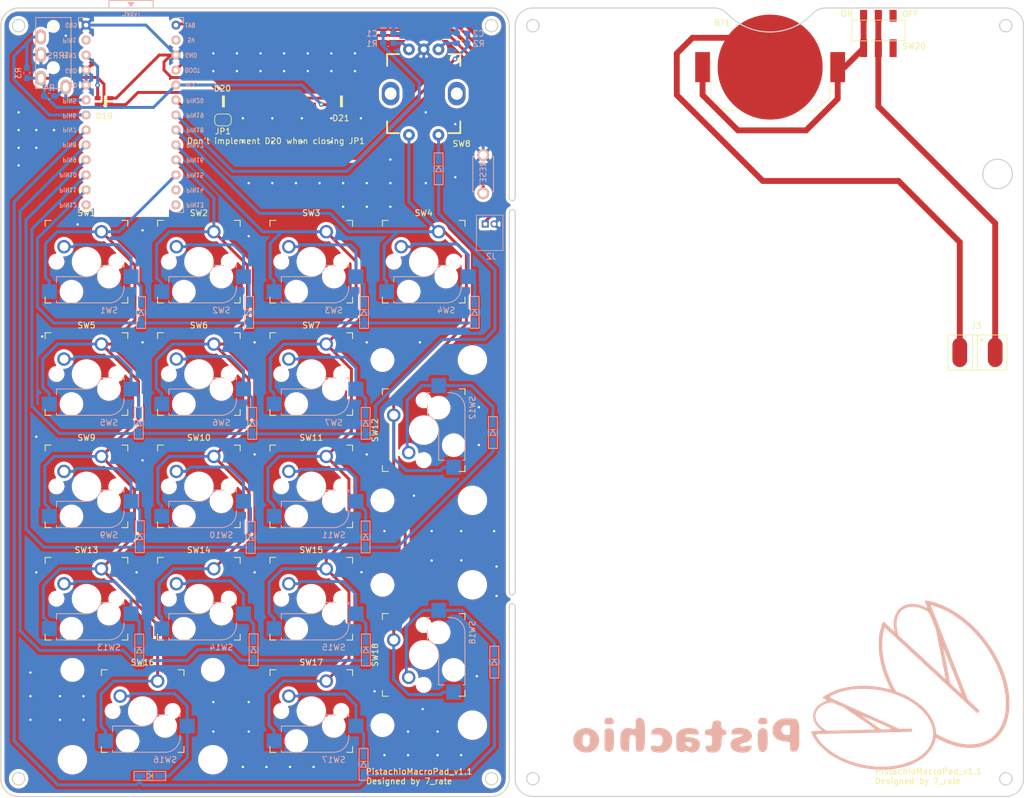
<source format=kicad_pcb>
(kicad_pcb (version 20171130) (host pcbnew "(5.1.9)-1")
  (layers (0 F.Cu signal) (31 B.Cu signal) (34 B.Paste user hide) (35 F.Paste user hide) (36 B.SilkS user) (37 F.SilkS user) (38 B.Mask user hide) (39 F.Mask user hide) (44 Edge.Cuts user))
  (net 0 "")
  (net 1 encB)
  (net 2 GND)
  (net 3 encA)
  (net 4 "Net-(D1-Pad1)")
  (net 5 row0)
  (net 6 "Net-(D2-Pad1)")
  (net 7 "Net-(D3-Pad1)")
  (net 8 "Net-(D4-Pad1)")
  (net 9 "Net-(D5-Pad1)")
  (net 10 row1)
  (net 11 "Net-(D6-Pad1)")
  (net 12 "Net-(D7-Pad1)")
  (net 13 "Net-(D8-Pad1)")
  (net 14 "Net-(D9-Pad1)")
  (net 15 row2)
  (net 16 "Net-(D10-Pad1)")
  (net 17 "Net-(D11-Pad1)")
  (net 18 "Net-(D12-Pad1)")
  (net 19 "Net-(D13-Pad1)")
  (net 20 row3)
  (net 21 "Net-(D14-Pad1)")
  (net 22 "Net-(D15-Pad1)")
  (net 23 "Net-(D16-Pad1)")
  (net 24 row4)
  (net 25 "Net-(D17-Pad1)")
  (net 26 "Net-(D18-Pad1)")
  (net 27 "Net-(D19-Pad1)")
  (net 28 LED)
  (net 29 VCC)
  (net 30 "Net-(D20-Pad1)")
  (net 31 "Net-(D21-Pad1)")
  (net 32 BAT)
  (net 33 "Net-(R1-Pad2)")
  (net 34 "Net-(R2-Pad2)")
  (net 35 SCL)
  (net 36 SDA)
  (net 37 col0)
  (net 38 col1)
  (net 39 col2)
  (net 40 col3)
  (net 41 reset)
  (net 42 "Net-(U1-Pad2)")
  (net 43 "Net-(U1-Pad13)")
  (net 44 "Net-(U1-Pad14)")
  (net 45 "Net-(U1-Pad15)")
  (net 46 "Net-(U1-Pad25)")
  (net 47 "Net-(BT1-Pad2)")
  (net 48 "Net-(BT1-Pad1)")
  (net 49 "Net-(J3-Pad1)")
  (module logo:pistachio_name (layer B.Cu) (at 142.9106 146.8754 180)
    (fp_text reference G*** hide)
    (fp_text value LOGO hide)
  )
  (module logo:pistachio_log (layer B.Cu) (at 178.4706 139.8904 180)
    (fp_text reference G*** hide)
    (fp_text value LOGO hide)
  )
  (module keyswitches:Stabilizer_MX_2u (layer F.Cu) (at 98 94.9 90)
    (fp_text reference REF** hide)
    (fp_text value Stabilizer_MX_2u hide)
    (pad "" np_thru_hole circle (at 11.9 8.255 90) (size 3.9878 3.9878) (drill 3.9878) (layers *.Cu *.Mask))
    (pad "" np_thru_hole circle (at -11.9 8.255 90) (size 3.9878 3.9878) (drill 3.9878) (layers *.Cu *.Mask))
    (pad "" np_thru_hole circle (at 11.9 -6.985 90) (size 3.048 3.048) (drill 3.048) (layers *.Cu *.Mask))
    (pad "" np_thru_hole circle (at -11.9 -6.985 90) (size 3.048 3.048) (drill 3.048) (layers *.Cu *.Mask))
  )
  (module keyswitches:Stabilizer_MX_2u (layer F.Cu) (at 98 133.02 90)
    (fp_text reference REF** hide)
    (fp_text value Stabilizer_MX_2u hide)
    (pad "" np_thru_hole circle (at 11.9 8.255 90) (size 3.9878 3.9878) (drill 3.9878) (layers *.Cu *.Mask))
    (pad "" np_thru_hole circle (at -11.9 8.255 90) (size 3.9878 3.9878) (drill 3.9878) (layers *.Cu *.Mask))
    (pad "" np_thru_hole circle (at 11.9 -6.985 90) (size 3.048 3.048) (drill 3.048) (layers *.Cu *.Mask))
    (pad "" np_thru_hole circle (at -11.9 -6.985 90) (size 3.048 3.048) (drill 3.048) (layers *.Cu *.Mask))
  )
  (module keyswitches:Stabilizer_MX_2u (layer F.Cu) (at 50.37 142.53)
    (fp_text reference REF** hide)
    (fp_text value Stabilizer_MX_2u hide)
    (pad "" np_thru_hole circle (at 11.9 8.255) (size 3.9878 3.9878) (drill 3.9878) (layers *.Cu *.Mask))
    (pad "" np_thru_hole circle (at -11.9 8.255) (size 3.9878 3.9878) (drill 3.9878) (layers *.Cu *.Mask))
    (pad "" np_thru_hole circle (at 11.9 -6.985) (size 3.048 3.048) (drill 3.048) (layers *.Cu *.Mask))
    (pad "" np_thru_hole circle (at -11.9 -6.985) (size 3.048 3.048) (drill 3.048) (layers *.Cu *.Mask))
  )
  (module Capacitor_SMD:C_0603_1608Metric_Pad1.05x0.95mm_HandSolder (layer B.Cu) (at 91.995 27.65)
    (fp_text reference C1 (at -2.755 0) (layer B.SilkS) (effects (justify mirror)))
    (fp_text value C)
    (pad 1 smd roundrect (at -0.875 0) (size 1.05 0.95) (layers B.Cu B.Paste B.Mask) (net 1 encB))
    (pad 2 smd roundrect (at 0.875 0) (size 1.05 0.95) (layers B.Cu B.Paste B.Mask) (net 2 GND))
  )
  (module Capacitor_SMD:C_0603_1608Metric_Pad1.05x0.95mm_HandSolder (layer B.Cu) (at 104.495 27.6 180)
    (fp_text reference C2 (at -2.805 -0.07) (layer B.SilkS) (effects (justify mirror)))
    (fp_text value C)
    (pad 2 smd roundrect (at 0.875 0 180) (size 1.05 0.95) (layers B.Cu B.Paste B.Mask) (net 2 GND))
    (pad 1 smd roundrect (at -0.875 0 180) (size 1.05 0.95) (layers B.Cu B.Paste B.Mask) (net 3 encA))
  )
  (module Jumper:SolderJumper-2_P1.3mm_Open_RoundedPad1.0x1.5mm (layer F.Cu) (at 63.98 42.29)
    (fp_text reference JP1 (at 0 1.93) (layer F.SilkS))
    (fp_text value Jumper)
    (pad 1 smd custom (at -0.65 0) (size 1 0.5) (layers F.Cu F.Mask) (net 27 "Net-(D19-Pad1)") (options (clearance outline) (anchor rect)) (primitives (gr_circle (center 0 0.25) (end 0.5 0.25) (width 0)) (gr_circle (center 0 -0.25) (end 0.5 -0.25) (width 0)) (gr_poly (pts (xy 0 -0.75) (xy 0.5 -0.75) (xy 0.5 0.75) (xy 0 0.75)) (width 0))))
    (pad 2 smd custom (at 0.65 0) (size 1 0.5) (layers F.Cu F.Mask) (net 30 "Net-(D20-Pad1)") (options (clearance outline) (anchor rect)) (primitives (gr_circle (center 0 0.25) (end 0.5 0.25) (width 0)) (gr_circle (center 0 -0.25) (end 0.5 -0.25) (width 0)) (gr_poly (pts (xy 0 -0.75) (xy -0.5 -0.75) (xy -0.5 0.75) (xy 0 0.75)) (width 0))))
  )
  (module Resistor_SMD:R_0603_1608Metric_Pad1.05x0.95mm_HandSolder (layer B.Cu) (at 91.995 29.29)
    (fp_text reference R1 (at -2.775 0.07) (layer B.SilkS) (effects (justify mirror)))
    (fp_text value R)
    (pad 1 smd roundrect (at -0.875 0) (size 1.05 0.95) (layers B.Cu B.Paste B.Mask) (net 1 encB))
    (pad 2 smd roundrect (at 0.875 0) (size 1.05 0.95) (layers B.Cu B.Paste B.Mask) (net 33 "Net-(R1-Pad2)"))
  )
  (module Resistor_SMD:R_0603_1608Metric_Pad1.05x0.95mm_HandSolder (layer B.Cu) (at 104.495 29.29 180)
    (fp_text reference R2 (at -2.855 -0.08) (layer B.SilkS) (effects (justify mirror)))
    (fp_text value R)
    (pad 2 smd roundrect (at 0.875 0 180) (size 1.05 0.95) (layers B.Cu B.Paste B.Mask) (net 34 "Net-(R2-Pad2)"))
    (pad 1 smd roundrect (at -0.875 0 180) (size 1.05 0.95) (layers B.Cu B.Paste B.Mask) (net 3 encA))
  )
  (module Resistor_SMD:R_0603_1608Metric_Pad1.05x0.95mm_HandSolder (layer B.Cu) (at 30.74 34.33 270)
    (fp_text reference R3 (at 0 1.43 270) (layer B.SilkS) (effects (justify mirror)))
    (fp_text value R)
    (pad 1 smd roundrect (at -0.875 0 270) (size 1.05 0.95) (layers B.Cu B.Paste B.Mask) (net 35 SCL))
    (pad 2 smd roundrect (at 0.875 0 270) (size 1.05 0.95) (layers B.Cu B.Paste B.Mask) (net 29 VCC))
  )
  (module Resistor_SMD:R_0603_1608Metric_Pad1.05x0.95mm_HandSolder (layer B.Cu) (at 34.535 38.28 180)
    (fp_text reference R4 (at 0 1.43) (layer B.SilkS) (effects (justify mirror)))
    (fp_text value R)
    (pad 2 smd roundrect (at 0.875 0 180) (size 1.05 0.95) (layers B.Cu B.Paste B.Mask) (net 29 VCC))
    (pad 1 smd roundrect (at -0.875 0 180) (size 1.05 0.95) (layers B.Cu B.Paste B.Mask) (net 36 SDA))
  )
  (module kbd:BAT_HLD-001 (layer F.Cu) (at 156.71042 33.3374 180)
    (fp_text reference BT1 (at 8.1 7.5) (layer F.SilkS))
    (fp_text value Battery_Cell)
    (pad 2 smd circle (at 0 0 180) (size 17.8 17.8) (layers F.Cu F.Paste F.Mask) (net 47 "Net-(BT1-Pad2)"))
    (pad 1 smd rect (at -11.45 0 180) (size 2.5 5.1) (layers F.Cu F.Paste F.Mask) (net 48 "Net-(BT1-Pad1)"))
    (pad 1 smd rect (at 11.45 0 180) (size 2.5 5.1) (layers F.Cu F.Paste F.Mask) (net 48 "Net-(BT1-Pad1)"))
  )
  (module kbd:D3_SMD_v2 (layer B.Cu) (at 50.1 74.95 270)
    (fp_text reference D1 hide)
    (fp_text value DIODE hide)
    (pad 2 smd rect (at 1.775 0 270) (size 2 1) (layers B.Cu) (net 5 row0))
    (pad 1 smd rect (at -1.775 0 270) (size 2 1) (layers B.Cu) (net 4 "Net-(D1-Pad1)"))
  )
  (module kbd:D3_SMD_v2 (layer B.Cu) (at 68.41 74.93 270)
    (fp_text reference D2 hide)
    (fp_text value DIODE hide)
    (pad 1 smd rect (at -1.775 0 270) (size 2 1) (layers B.Cu) (net 6 "Net-(D2-Pad1)"))
    (pad 2 smd rect (at 1.775 0 270) (size 2 1) (layers B.Cu) (net 5 row0))
  )
  (module kbd:D3_SMD_v2 (layer B.Cu) (at 87.89 74.945 270)
    (fp_text reference D3 hide)
    (fp_text value DIODE hide)
    (pad 2 smd rect (at 1.775 0 270) (size 2 1) (layers B.Cu) (net 5 row0))
    (pad 1 smd rect (at -1.775 0 270) (size 2 1) (layers B.Cu) (net 7 "Net-(D3-Pad1)"))
  )
  (module kbd:D3_SMD_v2 (layer B.Cu) (at 106.63 74.92 270)
    (fp_text reference D4 hide)
    (fp_text value DIODE hide)
    (pad 1 smd rect (at -1.775 0 270) (size 2 1) (layers B.Cu) (net 8 "Net-(D4-Pad1)"))
    (pad 2 smd rect (at 1.775 0 270) (size 2 1) (layers B.Cu) (net 5 row0))
  )
  (module kbd:D3_SMD_v2 (layer B.Cu) (at 49.71 93.69 270)
    (fp_text reference D5 hide)
    (fp_text value DIODE hide)
    (pad 2 smd rect (at 1.775 0 270) (size 2 1) (layers B.Cu) (net 10 row1))
    (pad 1 smd rect (at -1.775 0 270) (size 2 1) (layers B.Cu) (net 9 "Net-(D5-Pad1)"))
  )
  (module kbd:D3_SMD_v2 (layer B.Cu) (at 68.95 93.74 270)
    (fp_text reference D6 hide)
    (fp_text value DIODE hide)
    (pad 1 smd rect (at -1.775 0 270) (size 2 1) (layers B.Cu) (net 11 "Net-(D6-Pad1)"))
    (pad 2 smd rect (at 1.775 0 270) (size 2 1) (layers B.Cu) (net 10 row1))
  )
  (module kbd:D3_SMD_v2 (layer B.Cu) (at 88.17 93.74 270)
    (fp_text reference D7 hide)
    (fp_text value DIODE hide)
    (pad 1 smd rect (at -1.775 0 270) (size 2 1) (layers B.Cu) (net 12 "Net-(D7-Pad1)"))
    (pad 2 smd rect (at 1.775 0 270) (size 2 1) (layers B.Cu) (net 10 row1))
  )
  (module kbd:D3_SMD_v2 (layer B.Cu) (at 100.53 50.585 270)
    (fp_text reference D8 hide)
    (fp_text value DIODE hide)
    (pad 2 smd rect (at 1.775 0 270) (size 2 1) (layers B.Cu) (net 10 row1))
    (pad 1 smd rect (at -1.775 0 270) (size 2 1) (layers B.Cu) (net 13 "Net-(D8-Pad1)"))
  )
  (module kbd:D3_SMD_v2 (layer B.Cu) (at 49.89 112.97 270)
    (fp_text reference D9 hide)
    (fp_text value DIODE hide)
    (pad 2 smd rect (at 1.775 0 270) (size 2 1) (layers B.Cu) (net 15 row2))
    (pad 1 smd rect (at -1.775 0 270) (size 2 1) (layers B.Cu) (net 14 "Net-(D9-Pad1)"))
  )
  (module kbd:D3_SMD_v2 (layer B.Cu) (at 68.67 113.095 270)
    (fp_text reference D10 hide)
    (fp_text value DIODE hide)
    (pad 2 smd rect (at 1.775 0 270) (size 2 1) (layers B.Cu) (net 15 row2))
    (pad 1 smd rect (at -1.775 0 270) (size 2 1) (layers B.Cu) (net 16 "Net-(D10-Pad1)"))
  )
  (module kbd:D3_SMD_v2 (layer B.Cu) (at 88.16 113.01 270)
    (fp_text reference D11 hide)
    (fp_text value DIODE hide)
    (pad 1 smd rect (at -1.775 0 270) (size 2 1) (layers B.Cu) (net 17 "Net-(D11-Pad1)"))
    (pad 2 smd rect (at 1.775 0 270) (size 2 1) (layers B.Cu) (net 15 row2))
  )
  (module kbd:D3_SMD_v2 (layer B.Cu) (at 109.73 95.3 270)
    (fp_text reference D12 hide)
    (fp_text value DIODE hide)
    (pad 1 smd rect (at -1.775 0 270) (size 2 1) (layers B.Cu) (net 18 "Net-(D12-Pad1)"))
    (pad 2 smd rect (at 1.775 0 270) (size 2 1) (layers B.Cu) (net 15 row2))
  )
  (module kbd:D3_SMD_v2 (layer B.Cu) (at 49.8 132.19 270)
    (fp_text reference D13 hide)
    (fp_text value DIODE hide)
    (pad 1 smd rect (at -1.775 0 270) (size 2 1) (layers B.Cu) (net 19 "Net-(D13-Pad1)"))
    (pad 2 smd rect (at 1.775 0 270) (size 2 1) (layers B.Cu) (net 20 row3))
  )
  (module kbd:D3_SMD_v2 (layer B.Cu) (at 69.17 132.13 270)
    (fp_text reference D14 hide)
    (fp_text value DIODE hide)
    (pad 2 smd rect (at 1.775 0 270) (size 2 1) (layers B.Cu) (net 20 row3))
    (pad 1 smd rect (at -1.775 0 270) (size 2 1) (layers B.Cu) (net 21 "Net-(D14-Pad1)"))
  )
  (module kbd:D3_SMD_v2 (layer B.Cu) (at 88.2 132.16 270)
    (fp_text reference D15 hide)
    (fp_text value DIODE hide)
    (pad 2 smd rect (at 1.775 0 270) (size 2 1) (layers B.Cu) (net 20 row3))
    (pad 1 smd rect (at -1.775 0 270) (size 2 1) (layers B.Cu) (net 22 "Net-(D15-Pad1)"))
  )
  (module kbd:D3_SMD_v2 (layer B.Cu) (at 51.59 153.52 180)
    (fp_text reference D16 hide)
    (fp_text value DIODE hide)
    (pad 2 smd rect (at 1.775 0 180) (size 2 1) (layers B.Cu) (net 24 row4))
    (pad 1 smd rect (at -1.775 0 180) (size 2 1) (layers B.Cu) (net 23 "Net-(D16-Pad1)"))
  )
  (module kbd:D3_SMD_v2 (layer B.Cu) (at 87.8 151.56 270)
    (fp_text reference D17 hide)
    (fp_text value DIODE hide)
    (pad 1 smd rect (at -1.775 0 270) (size 2 1) (layers B.Cu) (net 25 "Net-(D17-Pad1)"))
    (pad 2 smd rect (at 1.775 0 270) (size 2 1) (layers B.Cu) (net 24 row4))
  )
  (module kbd:D3_SMD_v2 (layer B.Cu) (at 109.97 134.24 270)
    (fp_text reference D18 hide)
    (fp_text value DIODE hide)
    (pad 1 smd rect (at -1.775 0 270) (size 2 1) (layers B.Cu) (net 26 "Net-(D18-Pad1)"))
    (pad 2 smd rect (at 1.775 0 270) (size 2 1) (layers B.Cu) (net 24 row4))
  )
  (module kbd:WS2812C-2020 (layer F.Cu) (at 43.81 39.15)
    (fp_text reference D19 (at 0.05 2.47) (layer F.SilkS))
    (fp_text value WS2812C)
    (pad 4 smd rect (at -1.0668 0.5588) (size 1 0.7) (layers F.Cu F.Paste F.Mask) (net 29 VCC))
    (pad 3 smd rect (at -1.0668 -0.55) (size 1 0.7) (layers F.Cu F.Paste F.Mask) (net 28 LED))
    (pad 2 smd rect (at 1.0668 -0.55) (size 1 0.7) (layers F.Cu F.Paste F.Mask) (net 2 GND))
    (pad 1 smd rect (at 1.0668 0.55) (size 1 0.7) (layers F.Cu F.Paste F.Mask) (net 27 "Net-(D19-Pad1)"))
  )
  (module kbd:WS2812C-2020 (layer F.Cu) (at 63.81 39.15)
    (fp_text reference D20 (at 0.07 -2.19) (layer F.SilkS))
    (fp_text value WS2812C)
    (pad 1 smd rect (at 1.0668 0.55) (size 1 0.7) (layers F.Cu F.Paste F.Mask) (net 30 "Net-(D20-Pad1)"))
    (pad 2 smd rect (at 1.0668 -0.55) (size 1 0.7) (layers F.Cu F.Paste F.Mask) (net 2 GND))
    (pad 3 smd rect (at -1.0668 -0.55) (size 1 0.7) (layers F.Cu F.Paste F.Mask) (net 27 "Net-(D19-Pad1)"))
    (pad 4 smd rect (at -1.0668 0.5588) (size 1 0.7) (layers F.Cu F.Paste F.Mask) (net 29 VCC))
  )
  (module kbd:WS2812C-2020 (layer F.Cu) (at 83.81 39.15)
    (fp_text reference D21 (at 0.16 2.84) (layer F.SilkS))
    (fp_text value WS2812C)
    (pad 4 smd rect (at -1.0668 0.5588) (size 1 0.7) (layers F.Cu F.Paste F.Mask) (net 29 VCC))
    (pad 3 smd rect (at -1.0668 -0.55) (size 1 0.7) (layers F.Cu F.Paste F.Mask) (net 30 "Net-(D20-Pad1)"))
    (pad 2 smd rect (at 1.0668 -0.55) (size 1 0.7) (layers F.Cu F.Paste F.Mask) (net 2 GND))
    (pad 1 smd rect (at 1.0668 0.55) (size 1 0.7) (layers F.Cu F.Paste F.Mask) (net 31 "Net-(D21-Pad1)"))
  )
  (module kbd:MJ-4PP-9_1side (layer B.Cu) (at 35.24 24.93 180)
    (fp_text reference J1)
    (fp_text value AudioJack4 hide)
    (fp_text user TRRS (at -0.75 -6.45) (layer B.SilkS) (effects (justify mirror)))
    (pad "" np_thru_hole circle (at 0 -1.5 180) (size 1.2 1.2) (drill 1.2) (layers *.Cu *.Mask B.SilkS))
    (pad "" np_thru_hole circle (at 0 -8.5 180) (size 1.2 1.2) (drill 1.2) (layers *.Cu *.Mask B.SilkS))
    (pad R2 thru_hole oval (at 2.1 -3.3 180) (size 1.7 2.5) (drill oval 1 1.5) (layers *.Cu B.SilkS F.Mask) (net 35 SCL))
    (pad R1 thru_hole oval (at 2.1 -6.3 180) (size 1.7 2.5) (drill oval 1 1.5) (layers *.Cu B.SilkS F.Mask) (net 2 GND))
    (pad T thru_hole oval (at 2.1 -10.3 180) (size 1.7 2.5) (drill oval 1 1.5) (layers *.Cu B.SilkS F.Mask) (net 29 VCC) (clearance 0.15))
    (pad S thru_hole oval (at -2.1 -11.8 180) (size 1.7 2.5) (drill oval 1 1.5) (layers *.Cu B.SilkS F.Mask) (net 36 SDA) (clearance 0.15))
  )
  (module kbd:S2B-ZR-3.4 (layer B.Cu) (at 109.92108 59.93882 180)
    (fp_text reference J2 (at 0.5 -5.5 180) (layer B.SilkS) (effects (justify mirror)))
    (fp_text value Conn_01x02)
    (pad 1 thru_hole rect (at 1.5 0 180) (size 1.2 1.2) (drill 0.7) (layers *.Cu *.Mask) (net 32 BAT))
    (pad 2 thru_hole circle (at 0 0 180) (size 1.2 1.2) (drill 0.7) (layers *.Cu *.Mask) (net 2 GND))
  )
  (module kbd:POWER_PAD (layer F.Cu) (at 191.84878 81.70408 180)
    (fp_text reference J3 (at 0.15 4.5) (layer F.SilkS))
    (fp_text value Conn_01x02)
    (fp_text user + (at -0.75 2.2) (layer F.SilkS))
    (pad 1 smd oval (at -3 0 180) (size 2.5 5) (layers F.Cu F.Paste F.Mask) (net 49 "Net-(J3-Pad1)"))
    (pad 2 smd oval (at 3 0 180) (size 2.5 5) (layers F.Cu F.Paste F.Mask) (net 47 "Net-(BT1-Pad2)"))
  )
  (module kbd:Kailh_socket_MX_optional (layer F.Cu) (at 40.85 66.33)
    (fp_text reference SW1 (at 0 -8.255) (layer F.SilkS))
    (fp_text value SW_Push)
    (fp_text user %R (at 3.81 8.255) (layer B.SilkS) (effects (justify mirror)))
    (pad 1 smd rect (at -6.29 5.08) (size 2.55 2.5) (layers B.Cu B.Paste B.Mask) (net 37 col0))
    (pad "" np_thru_hole circle (at -2.54 5.08) (size 3 3) (drill 3) (layers *.Cu *.Mask))
    (pad "" np_thru_hole circle (at 3.81 2.54) (size 3 3) (drill 3) (layers *.Cu *.Mask))
    (pad 1 thru_hole circle (at 2.54 -5.08) (size 2.286 2.286) (drill 1.4986) (layers *.Cu *.Mask) (net 37 col0))
    (pad "" np_thru_hole circle (at 0 0) (size 3.9878 3.9878) (drill 3.9878) (layers *.Cu *.Mask))
    (pad 2 thru_hole circle (at -3.81 -2.54) (size 2.286 2.286) (drill 1.4986) (layers *.Cu *.Mask) (net 4 "Net-(D1-Pad1)"))
    (pad "" np_thru_hole circle (at 5.08 0) (size 1.7018 1.7018) (drill 1.7018) (layers *.Cu *.Mask))
    (pad "" np_thru_hole circle (at -5.08 0) (size 1.7018 1.7018) (drill 1.7018) (layers *.Cu *.Mask))
    (pad 2 smd rect (at 7.56 2.54) (size 2.55 2.5) (layers B.Cu B.Paste B.Mask) (net 4 "Net-(D1-Pad1)"))
  )
  (module kbd:Kailh_socket_MX_optional (layer F.Cu) (at 59.9 66.33)
    (fp_text reference SW2 (at 0 -8.255) (layer F.SilkS))
    (fp_text value SW_Push)
    (fp_text user %R (at 3.81 8.255) (layer B.SilkS) (effects (justify mirror)))
    (pad 2 smd rect (at 7.56 2.54) (size 2.55 2.5) (layers B.Cu B.Paste B.Mask) (net 6 "Net-(D2-Pad1)"))
    (pad "" np_thru_hole circle (at -5.08 0) (size 1.7018 1.7018) (drill 1.7018) (layers *.Cu *.Mask))
    (pad "" np_thru_hole circle (at 5.08 0) (size 1.7018 1.7018) (drill 1.7018) (layers *.Cu *.Mask))
    (pad 2 thru_hole circle (at -3.81 -2.54) (size 2.286 2.286) (drill 1.4986) (layers *.Cu *.Mask) (net 6 "Net-(D2-Pad1)"))
    (pad "" np_thru_hole circle (at 0 0) (size 3.9878 3.9878) (drill 3.9878) (layers *.Cu *.Mask))
    (pad 1 thru_hole circle (at 2.54 -5.08) (size 2.286 2.286) (drill 1.4986) (layers *.Cu *.Mask) (net 38 col1))
    (pad "" np_thru_hole circle (at 3.81 2.54) (size 3 3) (drill 3) (layers *.Cu *.Mask))
    (pad "" np_thru_hole circle (at -2.54 5.08) (size 3 3) (drill 3) (layers *.Cu *.Mask))
    (pad 1 smd rect (at -6.29 5.08) (size 2.55 2.5) (layers B.Cu B.Paste B.Mask) (net 38 col1))
  )
  (module kbd:Kailh_socket_MX_optional (layer F.Cu) (at 78.95 66.33)
    (fp_text reference SW3 (at 0 -8.255) (layer F.SilkS))
    (fp_text value SW_Push)
    (fp_text user %R (at 3.81 8.255) (layer B.SilkS) (effects (justify mirror)))
    (pad 2 smd rect (at 7.56 2.54) (size 2.55 2.5) (layers B.Cu B.Paste B.Mask) (net 7 "Net-(D3-Pad1)"))
    (pad "" np_thru_hole circle (at -5.08 0) (size 1.7018 1.7018) (drill 1.7018) (layers *.Cu *.Mask))
    (pad "" np_thru_hole circle (at 5.08 0) (size 1.7018 1.7018) (drill 1.7018) (layers *.Cu *.Mask))
    (pad 2 thru_hole circle (at -3.81 -2.54) (size 2.286 2.286) (drill 1.4986) (layers *.Cu *.Mask) (net 7 "Net-(D3-Pad1)"))
    (pad "" np_thru_hole circle (at 0 0) (size 3.9878 3.9878) (drill 3.9878) (layers *.Cu *.Mask))
    (pad 1 thru_hole circle (at 2.54 -5.08) (size 2.286 2.286) (drill 1.4986) (layers *.Cu *.Mask) (net 39 col2))
    (pad "" np_thru_hole circle (at 3.81 2.54) (size 3 3) (drill 3) (layers *.Cu *.Mask))
    (pad "" np_thru_hole circle (at -2.54 5.08) (size 3 3) (drill 3) (layers *.Cu *.Mask))
    (pad 1 smd rect (at -6.29 5.08) (size 2.55 2.5) (layers B.Cu B.Paste B.Mask) (net 39 col2))
  )
  (module kbd:Kailh_socket_MX_optional (layer F.Cu) (at 98 66.33)
    (fp_text reference SW4 (at 0 -8.255) (layer F.SilkS))
    (fp_text value SW_Push)
    (fp_text user %R (at 3.81 8.255) (layer B.SilkS) (effects (justify mirror)))
    (pad 2 smd rect (at 7.56 2.54) (size 2.55 2.5) (layers B.Cu B.Paste B.Mask) (net 8 "Net-(D4-Pad1)"))
    (pad "" np_thru_hole circle (at -5.08 0) (size 1.7018 1.7018) (drill 1.7018) (layers *.Cu *.Mask))
    (pad "" np_thru_hole circle (at 5.08 0) (size 1.7018 1.7018) (drill 1.7018) (layers *.Cu *.Mask))
    (pad 2 thru_hole circle (at -3.81 -2.54) (size 2.286 2.286) (drill 1.4986) (layers *.Cu *.Mask) (net 8 "Net-(D4-Pad1)"))
    (pad "" np_thru_hole circle (at 0 0) (size 3.9878 3.9878) (drill 3.9878) (layers *.Cu *.Mask))
    (pad 1 thru_hole circle (at 2.54 -5.08) (size 2.286 2.286) (drill 1.4986) (layers *.Cu *.Mask) (net 40 col3))
    (pad "" np_thru_hole circle (at 3.81 2.54) (size 3 3) (drill 3) (layers *.Cu *.Mask))
    (pad "" np_thru_hole circle (at -2.54 5.08) (size 3 3) (drill 3) (layers *.Cu *.Mask))
    (pad 1 smd rect (at -6.29 5.08) (size 2.55 2.5) (layers B.Cu B.Paste B.Mask) (net 40 col3))
  )
  (module kbd:Kailh_socket_MX_optional (layer F.Cu) (at 40.85 85.38)
    (fp_text reference SW5 (at 0 -8.255) (layer F.SilkS))
    (fp_text value SW_Push)
    (fp_text user %R (at 3.81 8.255) (layer B.SilkS) (effects (justify mirror)))
    (pad 1 smd rect (at -6.29 5.08) (size 2.55 2.5) (layers B.Cu B.Paste B.Mask) (net 37 col0))
    (pad "" np_thru_hole circle (at -2.54 5.08) (size 3 3) (drill 3) (layers *.Cu *.Mask))
    (pad "" np_thru_hole circle (at 3.81 2.54) (size 3 3) (drill 3) (layers *.Cu *.Mask))
    (pad 1 thru_hole circle (at 2.54 -5.08) (size 2.286 2.286) (drill 1.4986) (layers *.Cu *.Mask) (net 37 col0))
    (pad "" np_thru_hole circle (at 0 0) (size 3.9878 3.9878) (drill 3.9878) (layers *.Cu *.Mask))
    (pad 2 thru_hole circle (at -3.81 -2.54) (size 2.286 2.286) (drill 1.4986) (layers *.Cu *.Mask) (net 9 "Net-(D5-Pad1)"))
    (pad "" np_thru_hole circle (at 5.08 0) (size 1.7018 1.7018) (drill 1.7018) (layers *.Cu *.Mask))
    (pad "" np_thru_hole circle (at -5.08 0) (size 1.7018 1.7018) (drill 1.7018) (layers *.Cu *.Mask))
    (pad 2 smd rect (at 7.56 2.54) (size 2.55 2.5) (layers B.Cu B.Paste B.Mask) (net 9 "Net-(D5-Pad1)"))
  )
  (module kbd:Kailh_socket_MX_optional (layer F.Cu) (at 59.9 85.38)
    (fp_text reference SW6 (at 0 -8.255) (layer F.SilkS))
    (fp_text value SW_Push)
    (fp_text user %R (at 3.81 8.255) (layer B.SilkS) (effects (justify mirror)))
    (pad 1 smd rect (at -6.29 5.08) (size 2.55 2.5) (layers B.Cu B.Paste B.Mask) (net 38 col1))
    (pad "" np_thru_hole circle (at -2.54 5.08) (size 3 3) (drill 3) (layers *.Cu *.Mask))
    (pad "" np_thru_hole circle (at 3.81 2.54) (size 3 3) (drill 3) (layers *.Cu *.Mask))
    (pad 1 thru_hole circle (at 2.54 -5.08) (size 2.286 2.286) (drill 1.4986) (layers *.Cu *.Mask) (net 38 col1))
    (pad "" np_thru_hole circle (at 0 0) (size 3.9878 3.9878) (drill 3.9878) (layers *.Cu *.Mask))
    (pad 2 thru_hole circle (at -3.81 -2.54) (size 2.286 2.286) (drill 1.4986) (layers *.Cu *.Mask) (net 11 "Net-(D6-Pad1)"))
    (pad "" np_thru_hole circle (at 5.08 0) (size 1.7018 1.7018) (drill 1.7018) (layers *.Cu *.Mask))
    (pad "" np_thru_hole circle (at -5.08 0) (size 1.7018 1.7018) (drill 1.7018) (layers *.Cu *.Mask))
    (pad 2 smd rect (at 7.56 2.54) (size 2.55 2.5) (layers B.Cu B.Paste B.Mask) (net 11 "Net-(D6-Pad1)"))
  )
  (module kbd:Kailh_socket_MX_optional (layer F.Cu) (at 78.95 85.38)
    (fp_text reference SW7 (at 0 -8.255) (layer F.SilkS))
    (fp_text value SW_Push)
    (fp_text user %R (at 3.81 8.255) (layer B.SilkS) (effects (justify mirror)))
    (pad 1 smd rect (at -6.29 5.08) (size 2.55 2.5) (layers B.Cu B.Paste B.Mask) (net 39 col2))
    (pad "" np_thru_hole circle (at -2.54 5.08) (size 3 3) (drill 3) (layers *.Cu *.Mask))
    (pad "" np_thru_hole circle (at 3.81 2.54) (size 3 3) (drill 3) (layers *.Cu *.Mask))
    (pad 1 thru_hole circle (at 2.54 -5.08) (size 2.286 2.286) (drill 1.4986) (layers *.Cu *.Mask) (net 39 col2))
    (pad "" np_thru_hole circle (at 0 0) (size 3.9878 3.9878) (drill 3.9878) (layers *.Cu *.Mask))
    (pad 2 thru_hole circle (at -3.81 -2.54) (size 2.286 2.286) (drill 1.4986) (layers *.Cu *.Mask) (net 12 "Net-(D7-Pad1)"))
    (pad "" np_thru_hole circle (at 5.08 0) (size 1.7018 1.7018) (drill 1.7018) (layers *.Cu *.Mask))
    (pad "" np_thru_hole circle (at -5.08 0) (size 1.7018 1.7018) (drill 1.7018) (layers *.Cu *.Mask))
    (pad 2 smd rect (at 7.56 2.54) (size 2.55 2.5) (layers B.Cu B.Paste B.Mask) (net 12 "Net-(D7-Pad1)"))
  )
  (module kbd:PEC12R-4xxxF-Sxxxx (layer F.Cu) (at 98 37.83 180)
    (fp_text reference SW8 (at -6.42 -8.5) (layer F.SilkS))
    (fp_text value Rotary_Encoder_Switch)
    (pad S1 thru_hole circle (at -2.5 -7 180) (size 2 2) (drill 1) (layers *.Cu *.Mask) (net 13 "Net-(D8-Pad1)"))
    (pad S2 thru_hole circle (at 2.5 -7 180) (size 2 2) (drill 1) (layers *.Cu *.Mask) (net 40 col3))
    (pad A thru_hole circle (at -2.5 7.5 180) (size 2 2) (drill 1) (layers *.Cu *.Mask) (net 34 "Net-(R2-Pad2)"))
    (pad C thru_hole circle (at 0 7.5 180) (size 2 2) (drill 1) (layers *.Cu *.Mask) (net 2 GND))
    (pad B thru_hole circle (at 2.5 7.5 180) (size 2 2) (drill 1) (layers *.Cu *.Mask) (net 33 "Net-(R1-Pad2)"))
    (pad "" thru_hole oval (at 5.6 0 180) (size 3 4) (drill oval 2 2.1) (layers *.Cu *.Mask))
    (pad "" thru_hole oval (at -5.6 0 180) (size 3 4) (drill oval 2 2.1) (layers *.Cu *.Mask))
  )
  (module kbd:Kailh_socket_MX_optional (layer F.Cu) (at 40.85 104.43)
    (fp_text reference SW9 (at 0 -8.255) (layer F.SilkS))
    (fp_text value SW_Push)
    (fp_text user %R (at 3.81 8.255) (layer B.SilkS) (effects (justify mirror)))
    (pad 2 smd rect (at 7.56 2.54) (size 2.55 2.5) (layers B.Cu B.Paste B.Mask) (net 14 "Net-(D9-Pad1)"))
    (pad "" np_thru_hole circle (at -5.08 0) (size 1.7018 1.7018) (drill 1.7018) (layers *.Cu *.Mask))
    (pad "" np_thru_hole circle (at 5.08 0) (size 1.7018 1.7018) (drill 1.7018) (layers *.Cu *.Mask))
    (pad 2 thru_hole circle (at -3.81 -2.54) (size 2.286 2.286) (drill 1.4986) (layers *.Cu *.Mask) (net 14 "Net-(D9-Pad1)"))
    (pad "" np_thru_hole circle (at 0 0) (size 3.9878 3.9878) (drill 3.9878) (layers *.Cu *.Mask))
    (pad 1 thru_hole circle (at 2.54 -5.08) (size 2.286 2.286) (drill 1.4986) (layers *.Cu *.Mask) (net 37 col0))
    (pad "" np_thru_hole circle (at 3.81 2.54) (size 3 3) (drill 3) (layers *.Cu *.Mask))
    (pad "" np_thru_hole circle (at -2.54 5.08) (size 3 3) (drill 3) (layers *.Cu *.Mask))
    (pad 1 smd rect (at -6.29 5.08) (size 2.55 2.5) (layers B.Cu B.Paste B.Mask) (net 37 col0))
  )
  (module kbd:Kailh_socket_MX_optional (layer F.Cu) (at 59.9 104.43)
    (fp_text reference SW10 (at 0 -8.255) (layer F.SilkS))
    (fp_text value SW_Push)
    (fp_text user %R (at 3.81 8.255) (layer B.SilkS) (effects (justify mirror)))
    (pad 2 smd rect (at 7.56 2.54) (size 2.55 2.5) (layers B.Cu B.Paste B.Mask) (net 16 "Net-(D10-Pad1)"))
    (pad "" np_thru_hole circle (at -5.08 0) (size 1.7018 1.7018) (drill 1.7018) (layers *.Cu *.Mask))
    (pad "" np_thru_hole circle (at 5.08 0) (size 1.7018 1.7018) (drill 1.7018) (layers *.Cu *.Mask))
    (pad 2 thru_hole circle (at -3.81 -2.54) (size 2.286 2.286) (drill 1.4986) (layers *.Cu *.Mask) (net 16 "Net-(D10-Pad1)"))
    (pad "" np_thru_hole circle (at 0 0) (size 3.9878 3.9878) (drill 3.9878) (layers *.Cu *.Mask))
    (pad 1 thru_hole circle (at 2.54 -5.08) (size 2.286 2.286) (drill 1.4986) (layers *.Cu *.Mask) (net 38 col1))
    (pad "" np_thru_hole circle (at 3.81 2.54) (size 3 3) (drill 3) (layers *.Cu *.Mask))
    (pad "" np_thru_hole circle (at -2.54 5.08) (size 3 3) (drill 3) (layers *.Cu *.Mask))
    (pad 1 smd rect (at -6.29 5.08) (size 2.55 2.5) (layers B.Cu B.Paste B.Mask) (net 38 col1))
  )
  (module kbd:Kailh_socket_MX_optional (layer F.Cu) (at 78.95 104.43)
    (fp_text reference SW11 (at 0 -8.255) (layer F.SilkS))
    (fp_text value SW_Push)
    (fp_text user %R (at 3.81 8.255) (layer B.SilkS) (effects (justify mirror)))
    (pad 1 smd rect (at -6.29 5.08) (size 2.55 2.5) (layers B.Cu B.Paste B.Mask) (net 39 col2))
    (pad "" np_thru_hole circle (at -2.54 5.08) (size 3 3) (drill 3) (layers *.Cu *.Mask))
    (pad "" np_thru_hole circle (at 3.81 2.54) (size 3 3) (drill 3) (layers *.Cu *.Mask))
    (pad 1 thru_hole circle (at 2.54 -5.08) (size 2.286 2.286) (drill 1.4986) (layers *.Cu *.Mask) (net 39 col2))
    (pad "" np_thru_hole circle (at 0 0) (size 3.9878 3.9878) (drill 3.9878) (layers *.Cu *.Mask))
    (pad 2 thru_hole circle (at -3.81 -2.54) (size 2.286 2.286) (drill 1.4986) (layers *.Cu *.Mask) (net 17 "Net-(D11-Pad1)"))
    (pad "" np_thru_hole circle (at 5.08 0) (size 1.7018 1.7018) (drill 1.7018) (layers *.Cu *.Mask))
    (pad "" np_thru_hole circle (at -5.08 0) (size 1.7018 1.7018) (drill 1.7018) (layers *.Cu *.Mask))
    (pad 2 smd rect (at 7.56 2.54) (size 2.55 2.5) (layers B.Cu B.Paste B.Mask) (net 17 "Net-(D11-Pad1)"))
  )
  (module kbd:Kailh_socket_MX_optional (layer F.Cu) (at 98 94.9 90)
    (fp_text reference SW12 (at 0 -8.255 90) (layer F.SilkS))
    (fp_text value SW_Push)
    (fp_text user %R (at 3.81 8.255 90) (layer B.SilkS) (effects (justify mirror)))
    (pad 1 smd rect (at -6.29 5.08 90) (size 2.55 2.5) (layers B.Cu B.Paste B.Mask) (net 40 col3))
    (pad "" np_thru_hole circle (at -2.54 5.08 90) (size 3 3) (drill 3) (layers *.Cu *.Mask))
    (pad "" np_thru_hole circle (at 3.81 2.54 90) (size 3 3) (drill 3) (layers *.Cu *.Mask))
    (pad 1 thru_hole circle (at 2.54 -5.08 90) (size 2.286 2.286) (drill 1.4986) (layers *.Cu *.Mask) (net 40 col3))
    (pad "" np_thru_hole circle (at 0 0 90) (size 3.9878 3.9878) (drill 3.9878) (layers *.Cu *.Mask))
    (pad 2 thru_hole circle (at -3.81 -2.54 90) (size 2.286 2.286) (drill 1.4986) (layers *.Cu *.Mask) (net 18 "Net-(D12-Pad1)"))
    (pad "" np_thru_hole circle (at 5.08 0 90) (size 1.7018 1.7018) (drill 1.7018) (layers *.Cu *.Mask))
    (pad "" np_thru_hole circle (at -5.08 0 90) (size 1.7018 1.7018) (drill 1.7018) (layers *.Cu *.Mask))
    (pad 2 smd rect (at 7.56 2.54 90) (size 2.55 2.5) (layers B.Cu B.Paste B.Mask) (net 18 "Net-(D12-Pad1)"))
  )
  (module kbd:Kailh_socket_MX_optional (layer F.Cu) (at 40.85 123.48)
    (fp_text reference SW13 (at 0 -8.255) (layer F.SilkS))
    (fp_text value SW_Push)
    (fp_text user %R (at 3.81 8.255) (layer B.SilkS) (effects (justify mirror)))
    (pad 2 smd rect (at 7.56 2.54) (size 2.55 2.5) (layers B.Cu B.Paste B.Mask) (net 19 "Net-(D13-Pad1)"))
    (pad "" np_thru_hole circle (at -5.08 0) (size 1.7018 1.7018) (drill 1.7018) (layers *.Cu *.Mask))
    (pad "" np_thru_hole circle (at 5.08 0) (size 1.7018 1.7018) (drill 1.7018) (layers *.Cu *.Mask))
    (pad 2 thru_hole circle (at -3.81 -2.54) (size 2.286 2.286) (drill 1.4986) (layers *.Cu *.Mask) (net 19 "Net-(D13-Pad1)"))
    (pad "" np_thru_hole circle (at 0 0) (size 3.9878 3.9878) (drill 3.9878) (layers *.Cu *.Mask))
    (pad 1 thru_hole circle (at 2.54 -5.08) (size 2.286 2.286) (drill 1.4986) (layers *.Cu *.Mask) (net 37 col0))
    (pad "" np_thru_hole circle (at 3.81 2.54) (size 3 3) (drill 3) (layers *.Cu *.Mask))
    (pad "" np_thru_hole circle (at -2.54 5.08) (size 3 3) (drill 3) (layers *.Cu *.Mask))
    (pad 1 smd rect (at -6.29 5.08) (size 2.55 2.5) (layers B.Cu B.Paste B.Mask) (net 37 col0))
  )
  (module kbd:Kailh_socket_MX_optional (layer F.Cu) (at 59.9 123.48)
    (fp_text reference SW14 (at 0 -8.255) (layer F.SilkS))
    (fp_text value SW_Push)
    (fp_text user %R (at 3.81 8.255) (layer B.SilkS) (effects (justify mirror)))
    (pad 1 smd rect (at -6.29 5.08) (size 2.55 2.5) (layers B.Cu B.Paste B.Mask) (net 38 col1))
    (pad "" np_thru_hole circle (at -2.54 5.08) (size 3 3) (drill 3) (layers *.Cu *.Mask))
    (pad "" np_thru_hole circle (at 3.81 2.54) (size 3 3) (drill 3) (layers *.Cu *.Mask))
    (pad 1 thru_hole circle (at 2.54 -5.08) (size 2.286 2.286) (drill 1.4986) (layers *.Cu *.Mask) (net 38 col1))
    (pad "" np_thru_hole circle (at 0 0) (size 3.9878 3.9878) (drill 3.9878) (layers *.Cu *.Mask))
    (pad 2 thru_hole circle (at -3.81 -2.54) (size 2.286 2.286) (drill 1.4986) (layers *.Cu *.Mask) (net 21 "Net-(D14-Pad1)"))
    (pad "" np_thru_hole circle (at 5.08 0) (size 1.7018 1.7018) (drill 1.7018) (layers *.Cu *.Mask))
    (pad "" np_thru_hole circle (at -5.08 0) (size 1.7018 1.7018) (drill 1.7018) (layers *.Cu *.Mask))
    (pad 2 smd rect (at 7.56 2.54) (size 2.55 2.5) (layers B.Cu B.Paste B.Mask) (net 21 "Net-(D14-Pad1)"))
  )
  (module kbd:Kailh_socket_MX_optional (layer F.Cu) (at 78.95 123.48)
    (fp_text reference SW15 (at 0 -8.255) (layer F.SilkS))
    (fp_text value SW_Push)
    (fp_text user %R (at 3.81 8.255) (layer B.SilkS) (effects (justify mirror)))
    (pad 1 smd rect (at -6.29 5.08) (size 2.55 2.5) (layers B.Cu B.Paste B.Mask) (net 39 col2))
    (pad "" np_thru_hole circle (at -2.54 5.08) (size 3 3) (drill 3) (layers *.Cu *.Mask))
    (pad "" np_thru_hole circle (at 3.81 2.54) (size 3 3) (drill 3) (layers *.Cu *.Mask))
    (pad 1 thru_hole circle (at 2.54 -5.08) (size 2.286 2.286) (drill 1.4986) (layers *.Cu *.Mask) (net 39 col2))
    (pad "" np_thru_hole circle (at 0 0) (size 3.9878 3.9878) (drill 3.9878) (layers *.Cu *.Mask))
    (pad 2 thru_hole circle (at -3.81 -2.54) (size 2.286 2.286) (drill 1.4986) (layers *.Cu *.Mask) (net 22 "Net-(D15-Pad1)"))
    (pad "" np_thru_hole circle (at 5.08 0) (size 1.7018 1.7018) (drill 1.7018) (layers *.Cu *.Mask))
    (pad "" np_thru_hole circle (at -5.08 0) (size 1.7018 1.7018) (drill 1.7018) (layers *.Cu *.Mask))
    (pad 2 smd rect (at 7.56 2.54) (size 2.55 2.5) (layers B.Cu B.Paste B.Mask) (net 22 "Net-(D15-Pad1)"))
  )
  (module kbd:Kailh_socket_MX_optional (layer F.Cu) (at 50.37 142.53)
    (fp_text reference SW16 (at 0 -8.255) (layer F.SilkS))
    (fp_text value SW_Push)
    (fp_text user %R (at 3.81 8.255) (layer B.SilkS) (effects (justify mirror)))
    (pad 1 smd rect (at -6.29 5.08) (size 2.55 2.5) (layers B.Cu B.Paste B.Mask) (net 37 col0))
    (pad "" np_thru_hole circle (at -2.54 5.08) (size 3 3) (drill 3) (layers *.Cu *.Mask))
    (pad "" np_thru_hole circle (at 3.81 2.54) (size 3 3) (drill 3) (layers *.Cu *.Mask))
    (pad 1 thru_hole circle (at 2.54 -5.08) (size 2.286 2.286) (drill 1.4986) (layers *.Cu *.Mask) (net 37 col0))
    (pad "" np_thru_hole circle (at 0 0) (size 3.9878 3.9878) (drill 3.9878) (layers *.Cu *.Mask))
    (pad 2 thru_hole circle (at -3.81 -2.54) (size 2.286 2.286) (drill 1.4986) (layers *.Cu *.Mask) (net 23 "Net-(D16-Pad1)"))
    (pad "" np_thru_hole circle (at 5.08 0) (size 1.7018 1.7018) (drill 1.7018) (layers *.Cu *.Mask))
    (pad "" np_thru_hole circle (at -5.08 0) (size 1.7018 1.7018) (drill 1.7018) (layers *.Cu *.Mask))
    (pad 2 smd rect (at 7.56 2.54) (size 2.55 2.5) (layers B.Cu B.Paste B.Mask) (net 23 "Net-(D16-Pad1)"))
  )
  (module kbd:Kailh_socket_MX_optional (layer F.Cu) (at 78.95 142.53)
    (fp_text reference SW17 (at 0 -8.255) (layer F.SilkS))
    (fp_text value SW_Push)
    (fp_text user %R (at 3.81 8.255) (layer B.SilkS) (effects (justify mirror)))
    (pad 2 smd rect (at 7.56 2.54) (size 2.55 2.5) (layers B.Cu B.Paste B.Mask) (net 25 "Net-(D17-Pad1)"))
    (pad "" np_thru_hole circle (at -5.08 0) (size 1.7018 1.7018) (drill 1.7018) (layers *.Cu *.Mask))
    (pad "" np_thru_hole circle (at 5.08 0) (size 1.7018 1.7018) (drill 1.7018) (layers *.Cu *.Mask))
    (pad 2 thru_hole circle (at -3.81 -2.54) (size 2.286 2.286) (drill 1.4986) (layers *.Cu *.Mask) (net 25 "Net-(D17-Pad1)"))
    (pad "" np_thru_hole circle (at 0 0) (size 3.9878 3.9878) (drill 3.9878) (layers *.Cu *.Mask))
    (pad 1 thru_hole circle (at 2.54 -5.08) (size 2.286 2.286) (drill 1.4986) (layers *.Cu *.Mask) (net 39 col2))
    (pad "" np_thru_hole circle (at 3.81 2.54) (size 3 3) (drill 3) (layers *.Cu *.Mask))
    (pad "" np_thru_hole circle (at -2.54 5.08) (size 3 3) (drill 3) (layers *.Cu *.Mask))
    (pad 1 smd rect (at -6.29 5.08) (size 2.55 2.5) (layers B.Cu B.Paste B.Mask) (net 39 col2))
  )
  (module kbd:Kailh_socket_MX_optional (layer F.Cu) (at 98 133.01 90)
    (fp_text reference SW18 (at 0 -8.255 90) (layer F.SilkS))
    (fp_text value SW_Push)
    (fp_text user %R (at 3.81 8.255 90) (layer B.SilkS) (effects (justify mirror)))
    (pad 2 smd rect (at 7.56 2.54 90) (size 2.55 2.5) (layers B.Cu B.Paste B.Mask) (net 26 "Net-(D18-Pad1)"))
    (pad "" np_thru_hole circle (at -5.08 0 90) (size 1.7018 1.7018) (drill 1.7018) (layers *.Cu *.Mask))
    (pad "" np_thru_hole circle (at 5.08 0 90) (size 1.7018 1.7018) (drill 1.7018) (layers *.Cu *.Mask))
    (pad 2 thru_hole circle (at -3.81 -2.54 90) (size 2.286 2.286) (drill 1.4986) (layers *.Cu *.Mask) (net 26 "Net-(D18-Pad1)"))
    (pad "" np_thru_hole circle (at 0 0 90) (size 3.9878 3.9878) (drill 3.9878) (layers *.Cu *.Mask))
    (pad 1 thru_hole circle (at 2.54 -5.08 90) (size 2.286 2.286) (drill 1.4986) (layers *.Cu *.Mask) (net 40 col3))
    (pad "" np_thru_hole circle (at 3.81 2.54 90) (size 3 3) (drill 3) (layers *.Cu *.Mask))
    (pad "" np_thru_hole circle (at -2.54 5.08 90) (size 3 3) (drill 3) (layers *.Cu *.Mask))
    (pad 1 smd rect (at -6.29 5.08 90) (size 2.55 2.5) (layers B.Cu B.Paste B.Mask) (net 40 col3))
  )
  (module kbd:ResetSW_1side (layer B.Cu) (at 108.08 51.48 270)
    (fp_text reference SW19 hide)
    (fp_text value SW_Push)
    (fp_text user RESET (at 0 0 90) (layer B.SilkS) (effects (justify mirror)))
    (pad 1 thru_hole circle (at 3.25 0 270) (size 2 2) (drill 1.3) (layers *.Cu B.SilkS F.Mask) (net 41 reset))
    (pad 2 thru_hole circle (at -3.25 0 270) (size 2 2) (drill 1.3) (layers *.Cu B.SilkS F.Mask) (net 2 GND))
  )
  (module kbd:SlideSwitch_IS-2245S-G (layer F.Cu) (at 175.04668 27.13218)
    (fp_text reference SW20 (at 6.05 2.65) (layer F.SilkS))
    (fp_text value SW_DIP_x01)
    (pad 1 smd rect (at -2.5 -2.5) (size 1.2 2) (layers F.Cu F.Paste F.Mask) (net 48 "Net-(BT1-Pad1)"))
    (pad 2 smd rect (at 0 -2.5) (size 1.2 2) (layers F.Cu F.Paste F.Mask) (net 49 "Net-(J3-Pad1)"))
    (pad 3 smd rect (at 2.5 -2.5) (size 1.2 2) (layers F.Cu F.Paste F.Mask))
    (pad 1 smd rect (at -2.5 3) (size 1.2 3) (layers F.Cu F.Paste F.Mask) (net 48 "Net-(BT1-Pad1)"))
    (pad 2 smd rect (at 0 3) (size 1.2 3) (layers F.Cu F.Paste F.Mask) (net 49 "Net-(J3-Pad1)"))
    (pad 3 smd rect (at 2.5 3) (size 1.2 3) (layers F.Cu F.Paste F.Mask))
  )
  (module kbd:ProMicro_BLE (layer B.Cu) (at 48.4 43.23 180)
    (fp_text reference U1 hide)
    (fp_text value BLE_Micro_Pro hide)
    (fp_text user TypeC (at -0.05 18.95) (layer B.SilkS) (effects (font (size 0.75 0.75) (thickness 0.12)) (justify mirror)))
    (fp_text user PIN11 (at 10.668 -10.922 180 unlocked) (layer B.SilkS) (effects (font (size 0.75 0.67) (thickness 0.125)) (justify mirror)))
    (fp_text user PIN2 (at 10.414 11.9 180 unlocked) (layer B.SilkS) (effects (font (size 0.75 0.67) (thickness 0.125)) (justify mirror)))
    (fp_text user PIN12 (at 10.668 -13.462 180 unlocked) (layer B.SilkS) (effects (font (size 0.75 0.67) (thickness 0.125)) (justify mirror)))
    (fp_text user PIN8 (at 10.414 -3.25 180 unlocked) (layer B.SilkS) (effects (font (size 0.75 0.67) (thickness 0.125)) (justify mirror)))
    (fp_text user PIN6 (at 10.414 1.7 180 unlocked) (layer B.SilkS) (effects (font (size 0.75 0.67) (thickness 0.125)) (justify mirror)))
    (fp_text user PIN5 (at 10.414 4.2 180 unlocked) (layer B.SilkS) (effects (font (size 0.75 0.67) (thickness 0.125)) (justify mirror)))
    (fp_text user PIN7 (at 10.414 -0.7 180 unlocked) (layer B.SilkS) (effects (font (size 0.75 0.67) (thickness 0.125)) (justify mirror)))
    (fp_text user PIN1 (at 10.414 14.45 180 unlocked) (layer B.SilkS) (effects (font (size 0.75 0.67) (thickness 0.125)) (justify mirror)))
    (fp_text user GND (at 10.16 6.85 180 unlocked) (layer B.SilkS) (effects (font (size 0.75 0.67) (thickness 0.125)) (justify mirror)))
    (fp_text user GND (at 10.16 9.3 180 unlocked) (layer B.SilkS) (effects (font (size 0.75 0.67) (thickness 0.125)) (justify mirror)))
    (fp_text user PIN9 (at 10.414 -5.8 180 unlocked) (layer B.SilkS) (effects (font (size 0.75 0.67) (thickness 0.125)) (justify mirror)))
    (fp_text user PIN10 (at 10.668 -8.35 180 unlocked) (layer B.SilkS) (effects (font (size 0.75 0.67) (thickness 0.125)) (justify mirror)))
    (fp_text user PIN14 (at -10.845 -10.95 180 unlocked) (layer B.SilkS) (effects (font (size 0.75 0.67) (thickness 0.125)) (justify mirror)))
    (fp_text user PIN13 (at -10.845 -13.45 180 unlocked) (layer B.SilkS) (effects (font (size 0.75 0.67) (thickness 0.125)) (justify mirror)))
    (fp_text user PIN15 (at -10.845 -8.4 180 unlocked) (layer B.SilkS) (effects (font (size 0.75 0.67) (thickness 0.125)) (justify mirror)))
    (fp_text user PIN16 (at -10.845 -5.85 180 unlocked) (layer B.SilkS) (effects (font (size 0.75 0.67) (thickness 0.125)) (justify mirror)))
    (fp_text user PIN17 (at -10.845 -3.3 180 unlocked) (layer B.SilkS) (effects (font (size 0.75 0.67) (thickness 0.125)) (justify mirror)))
    (fp_text user PIN18 (at -10.845 -0.75 180 unlocked) (layer B.SilkS) (effects (font (size 0.75 0.67) (thickness 0.125)) (justify mirror)))
    (fp_text user PIN19 (at -10.845 1.75 180 unlocked) (layer B.SilkS) (effects (font (size 0.75 0.67) (thickness 0.125)) (justify mirror)))
    (fp_text user PIN20 (at -10.845 4.25 180 unlocked) (layer B.SilkS) (effects (font (size 0.75 0.67) (thickness 0.125)) (justify mirror)))
    (fp_text user VCC (at -10.195 6.95 180 unlocked) (layer B.SilkS) (effects (font (size 0.75 0.67) (thickness 0.125)) (justify mirror)))
    (fp_text user BOOT (at -10.414 9.4 180 unlocked) (layer B.SilkS) (effects (font (size 0.75 0.67) (thickness 0.125)) (justify mirror)))
    (fp_text user GND (at -10.195 11.95 180 unlocked) (layer B.SilkS) (effects (font (size 0.75 0.67) (thickness 0.125)) (justify mirror)))
    (fp_text user 5V (at -10.195 14.5 180 unlocked) (layer B.SilkS) (effects (font (size 0.75 0.67) (thickness 0.125)) (justify mirror)))
    (fp_text user "" (at -0.545 17.4) (layer B.SilkS) (effects (justify mirror)))
    (fp_text user "" (at -1.2515 16.256) (layer F.SilkS))
    (fp_text user GND (at 10.16 16.9545) (layer B.SilkS) (effects (font (size 0.75 0.67) (thickness 0.125)) (justify mirror)))
    (fp_text user BAT (at -10.033 16.9545) (layer B.SilkS) (effects (font (size 0.75 0.67) (thickness 0.125)) (justify mirror)))
    (pad 2 thru_hole circle (at 7.6114 14.478 180) (size 1.524 1.524) (drill 0.8128) (layers *.Cu B.SilkS F.Mask) (net 42 "Net-(U1-Pad2)"))
    (pad 3 thru_hole circle (at 7.6114 11.938 180) (size 1.524 1.524) (drill 0.8128) (layers *.Cu B.SilkS F.Mask) (net 28 LED))
    (pad 4 thru_hole circle (at 7.6114 9.398 180) (size 1.524 1.524) (drill 0.8128) (layers *.Cu B.SilkS F.Mask) (net 2 GND))
    (pad 5 thru_hole circle (at 7.6114 6.858 180) (size 1.524 1.524) (drill 0.8128) (layers *.Cu B.SilkS F.Mask) (net 2 GND))
    (pad 6 thru_hole circle (at 7.6114 4.318 180) (size 1.524 1.524) (drill 0.8128) (layers *.Cu B.SilkS F.Mask) (net 36 SDA))
    (pad 7 thru_hole circle (at 7.6114 1.778 180) (size 1.524 1.524) (drill 0.8128) (layers *.Cu B.SilkS F.Mask) (net 35 SCL))
    (pad 8 thru_hole circle (at 7.6114 -0.762 180) (size 1.524 1.524) (drill 0.8128) (layers *.Cu B.SilkS F.Mask) (net 24 row4))
    (pad 9 thru_hole circle (at 7.6114 -3.302 180) (size 1.524 1.524) (drill 0.8128) (layers *.Cu B.SilkS F.Mask) (net 20 row3))
    (pad 10 thru_hole circle (at 7.6114 -5.842 180) (size 1.524 1.524) (drill 0.8128) (layers *.Cu B.SilkS F.Mask) (net 15 row2))
    (pad 11 thru_hole circle (at 7.6114 -8.382 180) (size 1.524 1.524) (drill 0.8128) (layers *.Cu B.SilkS F.Mask) (net 10 row1))
    (pad 12 thru_hole circle (at 7.6114 -10.922 180) (size 1.524 1.524) (drill 0.8128) (layers *.Cu B.SilkS F.Mask) (net 5 row0))
    (pad 13 thru_hole circle (at 7.6114 -13.462 180) (size 1.524 1.524) (drill 0.8128) (layers *.Cu B.SilkS F.Mask) (net 43 "Net-(U1-Pad13)"))
    (pad 14 thru_hole circle (at -7.6086 -13.462 180) (size 1.524 1.524) (drill 0.8128) (layers *.Cu B.SilkS F.Mask) (net 44 "Net-(U1-Pad14)"))
    (pad 15 thru_hole circle (at -7.6086 -10.922 180) (size 1.524 1.524) (drill 0.8128) (layers *.Cu B.SilkS F.Mask) (net 45 "Net-(U1-Pad15)"))
    (pad 16 thru_hole circle (at -7.6086 -8.382 180) (size 1.524 1.524) (drill 0.8128) (layers *.Cu B.SilkS F.Mask) (net 37 col0))
    (pad 17 thru_hole circle (at -7.6086 -5.842 180) (size 1.524 1.524) (drill 0.8128) (layers *.Cu B.SilkS F.Mask) (net 38 col1))
    (pad 18 thru_hole circle (at -7.6086 -3.302 180) (size 1.524 1.524) (drill 0.8128) (layers *.Cu B.SilkS F.Mask) (net 39 col2))
    (pad 19 thru_hole circle (at -7.6086 -0.762 180) (size 1.524 1.524) (drill 0.8128) (layers *.Cu B.SilkS F.Mask) (net 40 col3))
    (pad 20 thru_hole circle (at -7.6086 1.778 180) (size 1.524 1.524) (drill 0.8128) (layers *.Cu B.SilkS F.Mask) (net 1 encB))
    (pad 21 thru_hole circle (at -7.6086 4.318 180) (size 1.524 1.524) (drill 0.8128) (layers *.Cu B.SilkS F.Mask) (net 3 encA))
    (pad 22 thru_hole circle (at -7.6086 6.858 180) (size 1.524 1.524) (drill 0.8128) (layers *.Cu B.SilkS F.Mask) (net 29 VCC))
    (pad 23 thru_hole circle (at -7.6086 9.398 180) (size 1.524 1.524) (drill 0.8128) (layers *.Cu B.SilkS F.Mask) (net 41 reset))
    (pad 24 thru_hole circle (at -7.6086 11.938 180) (size 1.524 1.524) (drill 0.8128) (layers *.Cu B.SilkS F.Mask) (net 2 GND))
    (pad 25 thru_hole circle (at -7.6086 14.478 180) (size 1.524 1.524) (drill 0.8128) (layers *.Cu B.SilkS F.Mask) (net 46 "Net-(U1-Pad25)"))
    (pad 26 thru_hole circle (at -7.62 17.018 180) (size 1.524 1.524) (drill 0.762) (layers *.Cu *.Mask) (net 32 BAT))
    (pad 1 thru_hole circle (at 7.62 17.018 180) (size 1.524 1.524) (drill 0.762) (layers *.Cu *.Mask) (net 2 GND))
  )
  (gr_text "Don't implement D20 when closing JP1" (at 72.959 45.8596) (layer F.SilkS) (effects (font (size 1 1))))
  (gr_text "Designed by 7_rate" (at 181.7472 154.3938) (layer F.SilkS) (effects (font (size 1 1))))
  (gr_text PistachioMacroPad_v1.1 (at 183.5506 152.7428) (layer F.SilkS) (effects (font (size 1 1))))
  (gr_text PistachioMacroPad_v1.1 (at 97.216 152.7936) (layer F.SilkS) (effects (font (size 1 1))))
  (gr_text OFF (at 180.46196 24.29754) (layer F.SilkS) (effects (font (size 1 1))))
  (gr_text ON (at 169.71522 24.29754) (layer F.SilkS) (effects (font (size 1 1))))
  (gr_circle (center 196.6473 26.310141) (end 197.6973 26.310141) (layer Edge.Cuts) (width 0.2))
  (gr_arc (start 112.997375 57.98516) (end 112.997375 57.48516) (angle -90) (layer Edge.Cuts) (width 0.2))
  (gr_line (start 112.497375 55.48516) (end 112.497375 26.310141) (layer Edge.Cuts) (width 0.2))
  (gr_circle (center 196.6473 154.010221) (end 197.6973 154.010221) (layer Edge.Cuts) (width 0.2))
  (gr_line (start 113.497375 55.48516) (end 113.497375 26.310141) (layer Edge.Cuts) (width 0.2))
  (gr_circle (center 116.497375 154.010221) (end 117.547375 154.010221) (layer Edge.Cuts) (width 0.2))
  (gr_arc (start 112.997375 55.48516) (end 112.497375 55.48516) (angle -90) (layer Edge.Cuts) (width 0.2))
  (gr_arc (start 112.997375 55.48516) (end 112.997375 55.98516) (angle -90) (layer Edge.Cuts) (width 0.2))
  (gr_arc (start 116.497375 154.010221) (end 113.497375 154.010221) (angle -90) (layer Edge.Cuts) (width 0.2))
  (gr_circle (center 116.497375 26.310141) (end 117.547375 26.310141) (layer Edge.Cuts) (width 0.2))
  (gr_line (start 116.497375 157.010221) (end 196.6473 157.010221) (layer Edge.Cuts) (width 0.2))
  (gr_arc (start 112.997375 57.98516) (end 113.497375 57.98516) (angle -90) (layer Edge.Cuts) (width 0.2))
  (gr_arc (start 112.997375 122.335201) (end 112.497375 122.335201) (angle -90) (layer Edge.Cuts) (width 0.2))
  (gr_arc (start 147.219883 26.310141) (end 149.400073 24.249371) (angle -46.61296544) (layer Edge.Cuts) (width 0.2))
  (gr_line (start 147.219883 23.310141) (end 116.497375 23.310141) (layer Edge.Cuts) (width 0.2))
  (gr_arc (start 112.997375 124.835201) (end 113.497375 124.835201) (angle -90) (layer Edge.Cuts) (width 0.2))
  (gr_line (start 112.497375 122.335201) (end 112.497375 57.98516) (layer Edge.Cuts) (width 0.2))
  (gr_arc (start 112.997375 122.335201) (end 112.997375 122.835201) (angle -90) (layer Edge.Cuts) (width 0.2))
  (gr_line (start 113.497375 122.335201) (end 113.497375 57.98516) (layer Edge.Cuts) (width 0.2))
  (gr_arc (start 112.997375 124.835201) (end 112.997375 124.335201) (angle -90) (layer Edge.Cuts) (width 0.2))
  (gr_line (start 113.497375 124.835201) (end 113.497375 154.010221) (layer Edge.Cuts) (width 0.2))
  (gr_line (start 112.497375 124.835201) (end 112.497375 154.010221) (layer Edge.Cuts) (width 0.2))
  (gr_arc (start 116.497375 26.310141) (end 116.497375 23.310141) (angle -90) (layer Edge.Cuts) (width 0.2))
  (gr_circle (center 109.497376 26.310141) (end 110.547376 26.310141) (layer Edge.Cuts) (width 0.2))
  (gr_circle (center 29.34745 154.010221) (end 30.39745 154.010221) (layer Edge.Cuts) (width 0.2))
  (gr_arc (start 29.34745 154.010221) (end 26.34745 154.010221) (angle -90) (layer Edge.Cuts) (width 0.2))
  (gr_line (start 29.34745 157.010221) (end 109.497376 157.010221) (layer Edge.Cuts) (width 0.2))
  (gr_circle (center 109.497376 154.010221) (end 110.547376 154.010221) (layer Edge.Cuts) (width 0.2))
  (gr_line (start 26.34745 154.010221) (end 26.34745 26.310141) (layer Edge.Cuts) (width 0.2))
  (gr_circle (center 29.34745 26.310141) (end 30.39745 26.310141) (layer Edge.Cuts) (width 0.2))
  (gr_arc (start 196.6473 26.310141) (end 199.6473 26.310141) (angle -90) (layer Edge.Cuts) (width 0.2))
  (gr_arc (start 196.6473 154.010221) (end 196.6473 157.010221) (angle -90) (layer Edge.Cuts) (width 0.2))
  (gr_line (start 199.6473 154.010221) (end 199.6473 26.310141) (layer Edge.Cuts) (width 0.2))
  (gr_arc (start 109.497376 154.010221) (end 109.497376 157.010221) (angle -90) (layer Edge.Cuts) (width 0.2))
  (gr_line (start 109.497376 23.310141) (end 29.34745 23.310141) (layer Edge.Cuts) (width 0.2))
  (gr_arc (start 109.497376 26.310141) (end 112.497375 26.310141) (angle -90) (layer Edge.Cuts) (width 0.2))
  (gr_arc (start 29.34745 26.310141) (end 29.34745 23.310141) (angle -90) (layer Edge.Cuts) (width 0.2))
  (gr_arc (start 166.114866 26.310141) (end 166.114866 23.310141) (angle -46.61296544) (layer Edge.Cuts) (width 0.2))
  (gr_line (start 196.6473 23.310141) (end 166.114866 23.310141) (layer Edge.Cuts) (width 0.2))
  (gr_arc (start 156.667375 17.38014) (end 149.400073 24.249371) (angle -93.22593088) (layer Edge.Cuts) (width 0.2))
  (gr_circle (center 195.2473 51.45014) (end 197.7473 51.45014) (layer Edge.Cuts) (width 0.2))
  (gr_text "Designed by 7_rate" (at 95.5396 154.4192) (layer F.SilkS) (effects (font (size 1 1))))
  (segment (start 91.12 29.29) (end 91.12 27.65) (width 0.5) (layer B.Cu) (net 1))
  (segment (start 91.12 29.765) (end 91.12 29.29) (width 0.5) (layer B.Cu) (net 1))
  (segment (start 97.26 35.905) (end 91.12 29.765) (width 0.5) (layer B.Cu) (net 1))
  (segment (start 56.062 41.452) (end 65.61 51) (width 0.5) (layer B.Cu) (net 1))
  (segment (start 56.0086 41.452) (end 56.062 41.452) (width 0.5) (layer B.Cu) (net 1))
  (segment (start 65.61 51) (end 85 51) (width 0.5) (layer B.Cu) (net 1))
  (segment (start 85 51) (end 97.26 38.74) (width 0.5) (layer B.Cu) (net 1))
  (segment (start 97.26 38.74) (end 97.26 35.905) (width 0.5) (layer B.Cu) (net 1))
  (segment (start 95.32 27.65) (end 92.87 27.65) (width 0.5) (layer B.Cu) (net 2))
  (segment (start 98 30.33) (end 95.32 27.65) (width 0.5) (layer B.Cu) (net 2))
  (segment (start 100.73 27.6) (end 103.62 27.6) (width 0.5) (layer B.Cu) (net 2))
  (segment (start 98 30.33) (end 100.73 27.6) (width 0.5) (layer B.Cu) (net 2))
  (segment (start 108.08 37.74) (end 108.08 48.23) (width 0.5) (layer B.Cu) (net 2))
  (segment (start 104.94 34.6) (end 108.08 37.74) (width 0.5) (layer B.Cu) (net 2))
  (segment (start 100.03 34.6) (end 104.94 34.6) (width 0.5) (layer B.Cu) (net 2))
  (segment (start 98 30.33) (end 98 32.57) (width 0.5) (layer B.Cu) (net 2))
  (segment (start 98 32.57) (end 100.03 34.6) (width 0.5) (layer B.Cu) (net 2))
  (segment (start 38.1866 31.23) (end 40.7886 33.832) (width 0.5) (layer B.Cu) (net 2))
  (segment (start 33.14 31.23) (end 38.1866 31.23) (width 0.5) (layer B.Cu) (net 2))
  (segment (start 40.7886 36.372) (end 40.7886 33.832) (width 0.5) (layer B.Cu) (net 2))
  (segment (start 35.762 31.23) (end 40.78 26.212) (width 0.5) (layer B.Cu) (net 2))
  (segment (start 33.14 31.23) (end 35.762 31.23) (width 0.5) (layer B.Cu) (net 2))
  (segment (start 50.9286 26.212) (end 56.0086 31.292) (width 0.5) (layer B.Cu) (net 2))
  (segment (start 40.78 26.212) (end 50.9286 26.212) (width 0.5) (layer B.Cu) (net 2))
  (segment (start 84.8768 37.75) (end 84.8768 38.6) (width 0.5) (layer F.Cu) (net 2))
  (segment (start 88.5068 34.12) (end 84.8768 37.75) (width 0.5) (layer F.Cu) (net 2))
  (segment (start 98 30.33) (end 94.21 34.12) (width 0.5) (layer F.Cu) (net 2))
  (segment (start 94.21 34.12) (end 88.5068 34.12) (width 0.5) (layer F.Cu) (net 2))
  (segment (start 54.93097 31.292) (end 56.0086 31.292) (width 0.5) (layer F.Cu) (net 2))
  (segment (start 53.1848 31.292) (end 54.93097 31.292) (width 0.5) (layer F.Cu) (net 2))
  (segment (start 45.8768 38.6) (end 53.1848 31.292) (width 0.5) (layer F.Cu) (net 2))
  (segment (start 44.8768 38.6) (end 45.8768 38.6) (width 0.5) (layer F.Cu) (net 2))
  (segment (start 67.01 35.48) (end 82.22 35.48) (width 0.5) (layer F.Cu) (net 2))
  (segment (start 64.8768 38.6) (end 64.8768 37.6132) (width 0.5) (layer F.Cu) (net 2))
  (segment (start 84.8768 38.1368) (end 84.8768 38.6) (width 0.5) (layer F.Cu) (net 2))
  (segment (start 82.22 35.48) (end 84.8768 38.1368) (width 0.5) (layer F.Cu) (net 2))
  (segment (start 64.8768 37.6132) (end 67.01 35.48) (width 0.5) (layer F.Cu) (net 2))
  (segment (start 53.99 32.46) (end 55.158 31.292) (width 0.5) (layer F.Cu) (net 2))
  (segment (start 64.8768 38.6) (end 64.8768 37.75) (width 0.5) (layer F.Cu) (net 2))
  (segment (start 64.8768 37.75) (end 62.2268 35.1) (width 0.5) (layer F.Cu) (net 2))
  (segment (start 62.2268 35.1) (end 55.25 35.1) (width 0.5) (layer F.Cu) (net 2))
  (segment (start 55.25 35.1) (end 53.99 33.84) (width 0.5) (layer F.Cu) (net 2))
  (segment (start 55.158 31.292) (end 56.0086 31.292) (width 0.5) (layer F.Cu) (net 2))
  (segment (start 53.99 33.84) (end 53.99 32.46) (width 0.5) (layer F.Cu) (net 2))
  (via (at 29.35 44.01) (size 0.8) (drill 0.4) (layers F.Cu B.Cu) (net 2))
  (via (at 32.35 44.01) (size 0.8) (drill 0.4) (layers F.Cu B.Cu) (net 2))
  (via (at 35.35 44.01) (size 0.8) (drill 0.4) (layers F.Cu B.Cu) (net 2))
  (via (at 29.35 47.01) (size 0.8) (drill 0.4) (layers F.Cu B.Cu) (net 2))
  (via (at 32.35 47.01) (size 0.8) (drill 0.4) (layers F.Cu B.Cu) (net 2))
  (via (at 29.35 50.01) (size 0.8) (drill 0.4) (layers F.Cu B.Cu) (net 2))
  (via (at 29.35 41.01) (size 0.8) (drill 0.4) (layers F.Cu B.Cu) (net 2))
  (via (at 37.35 28.01) (size 0.8) (drill 0.4) (layers F.Cu B.Cu) (net 2))
  (via (at 62.35 34.01) (size 0.8) (drill 0.4) (layers F.Cu B.Cu) (net 2))
  (via (at 62.35 31.01) (size 0.8) (drill 0.4) (layers F.Cu B.Cu) (net 2))
  (via (at 66.35 31.01) (size 0.8) (drill 0.4) (layers F.Cu B.Cu) (net 2))
  (via (at 66.35 34.01) (size 0.8) (drill 0.4) (layers F.Cu B.Cu) (net 2))
  (via (at 70.35 34.01) (size 0.8) (drill 0.4) (layers F.Cu B.Cu) (net 2))
  (via (at 70.35 31.01) (size 0.8) (drill 0.4) (layers F.Cu B.Cu) (net 2))
  (via (at 74.35 31.01) (size 0.8) (drill 0.4) (layers F.Cu B.Cu) (net 2))
  (via (at 74.35 34.01) (size 0.8) (drill 0.4) (layers F.Cu B.Cu) (net 2))
  (via (at 78.35 34.01) (size 0.8) (drill 0.4) (layers F.Cu B.Cu) (net 2))
  (via (at 78.35 31.01) (size 0.8) (drill 0.4) (layers F.Cu B.Cu) (net 2))
  (via (at 82.35 31.01) (size 0.8) (drill 0.4) (layers F.Cu B.Cu) (net 2))
  (via (at 82.35 34.01) (size 0.8) (drill 0.4) (layers F.Cu B.Cu) (net 2))
  (via (at 86.35 31.01) (size 0.8) (drill 0.4) (layers F.Cu B.Cu) (net 2))
  (via (at 86.35 34.01) (size 0.8) (drill 0.4) (layers F.Cu B.Cu) (net 2))
  (via (at 67.35 42.01) (size 0.8) (drill 0.4) (layers F.Cu B.Cu) (net 2))
  (via (at 67.35 46.01) (size 0.8) (drill 0.4) (layers F.Cu B.Cu) (net 2))
  (via (at 72.35 46.01) (size 0.8) (drill 0.4) (layers F.Cu B.Cu) (net 2))
  (via (at 72.35 42.01) (size 0.8) (drill 0.4) (layers F.Cu B.Cu) (net 2))
  (via (at 77.35 42.01) (size 0.8) (drill 0.4) (layers F.Cu B.Cu) (net 2))
  (via (at 77.35 46.01) (size 0.8) (drill 0.4) (layers F.Cu B.Cu) (net 2))
  (via (at 82.35 46.01) (size 0.8) (drill 0.4) (layers F.Cu B.Cu) (net 2))
  (via (at 82.35 42.01) (size 0.8) (drill 0.4) (layers F.Cu B.Cu) (net 2))
  (via (at 87.35 42.01) (size 0.8) (drill 0.4) (layers F.Cu B.Cu) (net 2))
  (via (at 68.35 53.01) (size 0.8) (drill 0.4) (layers F.Cu B.Cu) (net 2))
  (via (at 72.35 53.01) (size 0.8) (drill 0.4) (layers F.Cu B.Cu) (net 2))
  (via (at 76.35 53.01) (size 0.8) (drill 0.4) (layers F.Cu B.Cu) (net 2))
  (via (at 80.35 53.01) (size 0.8) (drill 0.4) (layers F.Cu B.Cu) (net 2))
  (via (at 84.35 53.01) (size 0.8) (drill 0.4) (layers F.Cu B.Cu) (net 2))
  (via (at 88.35 53.01) (size 0.8) (drill 0.4) (layers F.Cu B.Cu) (net 2))
  (via (at 92.35 53.01) (size 0.8) (drill 0.4) (layers F.Cu B.Cu) (net 2))
  (via (at 92.35 49.01) (size 0.8) (drill 0.4) (layers F.Cu B.Cu) (net 2))
  (via (at 92.35 57.01) (size 0.8) (drill 0.4) (layers F.Cu B.Cu) (net 2))
  (via (at 88.35 57.01) (size 0.8) (drill 0.4) (layers F.Cu B.Cu) (net 2))
  (via (at 84.35 57.01) (size 0.8) (drill 0.4) (layers F.Cu B.Cu) (net 2))
  (via (at 36.35 140.01) (size 0.8) (drill 0.4) (layers F.Cu B.Cu) (net 2))
  (via (at 40.35 140.01) (size 0.8) (drill 0.4) (layers F.Cu B.Cu) (net 2))
  (via (at 40.35 144.01) (size 0.8) (drill 0.4) (layers F.Cu B.Cu) (net 2))
  (via (at 36.35 144.01) (size 0.8) (drill 0.4) (layers F.Cu B.Cu) (net 2))
  (via (at 31.35 140.01) (size 0.8) (drill 0.4) (layers F.Cu B.Cu) (net 2))
  (via (at 31.35 144.01) (size 0.8) (drill 0.4) (layers F.Cu B.Cu) (net 2))
  (via (at 62.35 141.01) (size 0.8) (drill 0.4) (layers F.Cu B.Cu) (net 2))
  (via (at 68.35 141.01) (size 0.8) (drill 0.4) (layers F.Cu B.Cu) (net 2))
  (via (at 68.35 146.01) (size 0.8) (drill 0.4) (layers F.Cu B.Cu) (net 2))
  (via (at 62.35 146.01) (size 0.8) (drill 0.4) (layers F.Cu B.Cu) (net 2))
  (via (at 67.35 152.01) (size 0.8) (drill 0.4) (layers F.Cu B.Cu) (net 2))
  (via (at 71.35 152.01) (size 0.8) (drill 0.4) (layers F.Cu B.Cu) (net 2))
  (via (at 75.35 152.01) (size 0.8) (drill 0.4) (layers F.Cu B.Cu) (net 2))
  (via (at 79.35 152.01) (size 0.8) (drill 0.4) (layers F.Cu B.Cu) (net 2))
  (via (at 91.35 150.01) (size 0.8) (drill 0.4) (layers F.Cu B.Cu) (net 2))
  (via (at 95.35 150.01) (size 0.8) (drill 0.4) (layers F.Cu B.Cu) (net 2))
  (via (at 95.35 146.01) (size 0.8) (drill 0.4) (layers F.Cu B.Cu) (net 2))
  (via (at 100.35 146.01) (size 0.8) (drill 0.4) (layers F.Cu B.Cu) (net 2))
  (via (at 100.35 150.01) (size 0.8) (drill 0.4) (layers F.Cu B.Cu) (net 2))
  (via (at 104.35 150.01) (size 0.8) (drill 0.4) (layers F.Cu B.Cu) (net 2))
  (via (at 110.35 123.01) (size 0.8) (drill 0.4) (layers F.Cu B.Cu) (net 2))
  (via (at 110.35 118.01) (size 0.8) (drill 0.4) (layers F.Cu B.Cu) (net 2))
  (via (at 104.35 112.01) (size 0.8) (drill 0.4) (layers F.Cu B.Cu) (net 2))
  (via (at 99.35 112.01) (size 0.8) (drill 0.4) (layers F.Cu B.Cu) (net 2))
  (via (at 99.35 117.01) (size 0.8) (drill 0.4) (layers F.Cu B.Cu) (net 2))
  (via (at 69.35 119.01) (size 0.8) (drill 0.4) (layers F.Cu B.Cu) (net 2))
  (via (at 49.35 119.01) (size 0.8) (drill 0.4) (layers F.Cu B.Cu) (net 2))
  (via (at 32.35 119.01) (size 0.8) (drill 0.4) (layers F.Cu B.Cu) (net 2))
  (via (at 96.35 106.01) (size 0.8) (drill 0.4) (layers F.Cu B.Cu) (net 2))
  (via (at 88.35 99.01) (size 0.8) (drill 0.4) (layers F.Cu B.Cu) (net 2))
  (via (at 69.35 99.01) (size 0.8) (drill 0.4) (layers F.Cu B.Cu) (net 2))
  (via (at 50.35 100.01) (size 0.8) (drill 0.4) (layers F.Cu B.Cu) (net 2))
  (via (at 50.35 80.01) (size 0.8) (drill 0.4) (layers F.Cu B.Cu) (net 2))
  (via (at 69.35 80.01) (size 0.8) (drill 0.4) (layers F.Cu B.Cu) (net 2))
  (via (at 88.35 80.01) (size 0.8) (drill 0.4) (layers F.Cu B.Cu) (net 2))
  (via (at 97.35 80.01) (size 0.8) (drill 0.4) (layers F.Cu B.Cu) (net 2))
  (via (at 68.35 62.01) (size 0.8) (drill 0.4) (layers F.Cu B.Cu) (net 2))
  (via (at 50.35 61.01) (size 0.8) (drill 0.4) (layers F.Cu B.Cu) (net 2))
  (via (at 39.35 60.01) (size 0.8) (drill 0.4) (layers F.Cu B.Cu) (net 2))
  (via (at 98.35 41.01) (size 0.8) (drill 0.4) (layers F.Cu B.Cu) (net 2))
  (via (at 103.35 43.01) (size 0.8) (drill 0.4) (layers F.Cu B.Cu) (net 2))
  (via (at 103.35 52.01) (size 0.8) (drill 0.4) (layers F.Cu B.Cu) (net 2))
  (via (at 98.35 53.01) (size 0.8) (drill 0.4) (layers F.Cu B.Cu) (net 2))
  (via (at 91.35 112.01) (size 0.8) (drill 0.4) (layers F.Cu B.Cu) (net 2))
  (via (at 107.35 91.01) (size 0.8) (drill 0.4) (layers F.Cu B.Cu) (net 2))
  (via (at 32.35 96.01) (size 0.8) (drill 0.4) (layers F.Cu B.Cu) (net 2))
  (via (at 33.35 79.01) (size 0.8) (drill 0.4) (layers F.Cu B.Cu) (net 2))
  (via (at 31.35 136.01) (size 0.8) (drill 0.4) (layers F.Cu B.Cu) (net 2))
  (segment (start 110.51 59.3499) (end 109.92108 59.93882) (width 0.5) (layer B.Cu) (net 2))
  (segment (start 108.08 48.23) (end 110.51 50.66) (width 0.5) (layer B.Cu) (net 2))
  (segment (start 110.51 50.66) (end 110.51 59.3499) (width 0.5) (layer B.Cu) (net 2))
  (via (at 89.6722 139.1792) (size 0.8) (drill 0.4) (layers F.Cu B.Cu) (net 2))
  (via (at 97.8256 142.2018) (size 0.8) (drill 0.4) (layers F.Cu B.Cu) (net 2))
  (via (at 106.995 136.6138) (size 0.8) (drill 0.4) (layers F.Cu B.Cu) (net 2))
  (via (at 109.9414 112.0266) (size 0.8) (drill 0.4) (layers F.Cu B.Cu) (net 2))
  (via (at 104.3788 116.9796) (size 0.8) (drill 0.4) (layers F.Cu B.Cu) (net 2))
  (via (at 107.3506 97.4216) (size 0.8) (drill 0.4) (layers F.Cu B.Cu) (net 2))
  (via (at 87.4624 118.9862) (size 0.8) (drill 0.4) (layers F.Cu B.Cu) (net 2))
  (segment (start 105.37 29.29) (end 105.37 27.6) (width 0.5) (layer B.Cu) (net 3))
  (via (at 103.32 31.96) (size 0.8) (drill 0.4) (layers F.Cu B.Cu) (net 3))
  (segment (start 102.920001 32.359999) (end 103.32 31.96) (width 0.5) (layer F.Cu) (net 3))
  (segment (start 103.719999 31.560001) (end 103.32 31.96) (width 0.5) (layer B.Cu) (net 3))
  (segment (start 105.37 29.29) (end 105.37 29.91) (width 0.5) (layer B.Cu) (net 3))
  (segment (start 65.9066 48.81) (end 86.47 48.81) (width 0.5) (layer F.Cu) (net 3))
  (segment (start 86.47 48.81) (end 102.920001 32.359999) (width 0.5) (layer F.Cu) (net 3))
  (segment (start 56.0086 38.912) (end 65.9066 48.81) (width 0.5) (layer F.Cu) (net 3))
  (segment (start 105.37 29.91) (end 103.719999 31.560001) (width 0.5) (layer B.Cu) (net 3))
  (segment (start 50.1 70.56) (end 48.41 68.87) (width 0.5) (layer B.Cu) (net 4))
  (segment (start 50.1 73.175) (end 50.1 70.56) (width 0.5) (layer B.Cu) (net 4))
  (segment (start 38.656446 63.79) (end 37.04 63.79) (width 0.5) (layer B.Cu) (net 4))
  (segment (start 39.006446 63.44) (end 38.656446 63.79) (width 0.5) (layer B.Cu) (net 4))
  (segment (start 46.21 63.44) (end 39.006446 63.44) (width 0.5) (layer B.Cu) (net 4))
  (segment (start 48.41 68.87) (end 48.41 65.64) (width 0.5) (layer B.Cu) (net 4))
  (segment (start 48.41 65.64) (end 46.21 63.44) (width 0.5) (layer B.Cu) (net 4))
  (segment (start 68.39 76.725) (end 68.41 76.705) (width 0.5) (layer B.Cu) (net 5))
  (segment (start 50.1 76.725) (end 68.39 76.725) (width 0.5) (layer B.Cu) (net 5))
  (segment (start 87.875 76.705) (end 87.89 76.72) (width 0.5) (layer B.Cu) (net 5))
  (segment (start 68.41 76.705) (end 87.875 76.705) (width 0.5) (layer B.Cu) (net 5))
  (segment (start 106.605 76.72) (end 106.63 76.695) (width 0.5) (layer B.Cu) (net 5))
  (segment (start 87.89 76.72) (end 106.605 76.72) (width 0.5) (layer B.Cu) (net 5))
  (segment (start 35.275 76.725) (end 32.55 74) (width 0.5) (layer B.Cu) (net 5))
  (segment (start 50.1 76.725) (end 35.275 76.725) (width 0.5) (layer B.Cu) (net 5))
  (segment (start 32.55 62.3906) (end 40.7886 54.152) (width 0.5) (layer B.Cu) (net 5))
  (segment (start 32.55 74) (end 32.55 62.3906) (width 0.5) (layer B.Cu) (net 5))
  (segment (start 68.41 69.82) (end 67.46 68.87) (width 0.5) (layer B.Cu) (net 6))
  (segment (start 68.41 73.155) (end 68.41 69.82) (width 0.5) (layer B.Cu) (net 6))
  (segment (start 65.81 63.47) (end 58.026446 63.47) (width 0.5) (layer B.Cu) (net 6))
  (segment (start 67.46 68.87) (end 67.46 65.12) (width 0.5) (layer B.Cu) (net 6))
  (segment (start 57.706446 63.79) (end 56.09 63.79) (width 0.5) (layer B.Cu) (net 6))
  (segment (start 58.026446 63.47) (end 57.706446 63.79) (width 0.5) (layer B.Cu) (net 6))
  (segment (start 67.46 65.12) (end 65.81 63.47) (width 0.5) (layer B.Cu) (net 6))
  (segment (start 87.89 70.25) (end 86.51 68.87) (width 0.5) (layer B.Cu) (net 7))
  (segment (start 87.89 73.17) (end 87.89 70.25) (width 0.5) (layer B.Cu) (net 7))
  (segment (start 77.076446 63.47) (end 76.756446 63.79) (width 0.5) (layer B.Cu) (net 7))
  (segment (start 76.756446 63.79) (end 75.14 63.79) (width 0.5) (layer B.Cu) (net 7))
  (segment (start 85.58 63.47) (end 77.076446 63.47) (width 0.5) (layer B.Cu) (net 7))
  (segment (start 86.51 68.87) (end 86.51 64.4) (width 0.5) (layer B.Cu) (net 7))
  (segment (start 86.51 64.4) (end 85.58 63.47) (width 0.5) (layer B.Cu) (net 7))
  (segment (start 106.63 69.94) (end 105.56 68.87) (width 0.5) (layer B.Cu) (net 8))
  (segment (start 106.63 73.145) (end 106.63 69.94) (width 0.5) (layer B.Cu) (net 8))
  (segment (start 95.806446 63.79) (end 94.19 63.79) (width 0.5) (layer B.Cu) (net 8))
  (segment (start 96.256446 63.34) (end 95.806446 63.79) (width 0.5) (layer B.Cu) (net 8))
  (segment (start 103.73 63.34) (end 96.256446 63.34) (width 0.5) (layer B.Cu) (net 8))
  (segment (start 105.56 68.87) (end 105.56 65.17) (width 0.5) (layer B.Cu) (net 8))
  (segment (start 105.56 65.17) (end 103.73 63.34) (width 0.5) (layer B.Cu) (net 8))
  (segment (start 49.71 89.22) (end 48.41 87.92) (width 0.5) (layer B.Cu) (net 9))
  (segment (start 49.71 91.915) (end 49.71 89.22) (width 0.5) (layer B.Cu) (net 9))
  (segment (start 39.046446 82.45) (end 38.656446 82.84) (width 0.5) (layer B.Cu) (net 9))
  (segment (start 38.656446 82.84) (end 37.04 82.84) (width 0.5) (layer B.Cu) (net 9))
  (segment (start 46.14 82.45) (end 39.046446 82.45) (width 0.5) (layer B.Cu) (net 9))
  (segment (start 48.41 87.92) (end 48.41 84.72) (width 0.5) (layer B.Cu) (net 9))
  (segment (start 48.41 84.72) (end 46.14 82.45) (width 0.5) (layer B.Cu) (net 9))
  (segment (start 68.9 95.465) (end 68.95 95.515) (width 0.5) (layer B.Cu) (net 10))
  (segment (start 49.71 95.465) (end 68.9 95.465) (width 0.5) (layer B.Cu) (net 10))
  (segment (start 69.95 95.515) (end 88.17 95.515) (width 0.5) (layer B.Cu) (net 10))
  (segment (start 68.95 95.515) (end 69.95 95.515) (width 0.5) (layer B.Cu) (net 10))
  (segment (start 40.026601 52.373999) (end 40.7886 51.612) (width 0.5) (layer B.Cu) (net 10))
  (segment (start 31.6 60.8006) (end 40.026601 52.373999) (width 0.5) (layer B.Cu) (net 10))
  (segment (start 31.6 90.835002) (end 31.6 60.8006) (width 0.5) (layer B.Cu) (net 10))
  (segment (start 49.71 95.465) (end 36.229998 95.465) (width 0.5) (layer B.Cu) (net 10))
  (segment (start 36.229998 95.465) (end 31.6 90.835002) (width 0.5) (layer B.Cu) (net 10))
  (segment (start 100.53 58.18298) (end 100.53 52.36) (width 0.5) (layer B.Cu) (net 10))
  (segment (start 110.07 67.72298) (end 100.53 58.18298) (width 0.5) (layer B.Cu) (net 10))
  (segment (start 110.07 77.82136) (end 110.07 67.72298) (width 0.5) (layer B.Cu) (net 10))
  (segment (start 108.37676 79.5146) (end 110.07 77.82136) (width 0.5) (layer B.Cu) (net 10))
  (segment (start 89.84 90.75) (end 101.0754 79.5146) (width 0.5) (layer B.Cu) (net 10))
  (segment (start 88.17 95.515) (end 89.17 95.515) (width 0.5) (layer B.Cu) (net 10))
  (segment (start 89.17 95.515) (end 89.84 94.845) (width 0.5) (layer B.Cu) (net 10))
  (segment (start 89.84 94.845) (end 89.84 90.75) (width 0.5) (layer B.Cu) (net 10))
  (segment (start 101.0754 79.5146) (end 108.37676 79.5146) (width 0.5) (layer B.Cu) (net 10))
  (segment (start 68.95 89.41) (end 67.46 87.92) (width 0.5) (layer B.Cu) (net 11))
  (segment (start 68.95 91.965) (end 68.95 89.41) (width 0.5) (layer B.Cu) (net 11))
  (segment (start 57.706446 82.84) (end 56.09 82.84) (width 0.5) (layer B.Cu) (net 11))
  (segment (start 65.15 82.41) (end 58.136446 82.41) (width 0.5) (layer B.Cu) (net 11))
  (segment (start 58.136446 82.41) (end 57.706446 82.84) (width 0.5) (layer B.Cu) (net 11))
  (segment (start 67.46 87.92) (end 67.46 84.72) (width 0.5) (layer B.Cu) (net 11))
  (segment (start 67.46 84.72) (end 65.15 82.41) (width 0.5) (layer B.Cu) (net 11))
  (segment (start 88.17 89.58) (end 86.51 87.92) (width 0.5) (layer B.Cu) (net 12))
  (segment (start 88.17 91.965) (end 88.17 89.58) (width 0.5) (layer B.Cu) (net 12))
  (segment (start 76.756446 82.84) (end 75.14 82.84) (width 0.5) (layer B.Cu) (net 12))
  (segment (start 77.076446 82.52) (end 76.756446 82.84) (width 0.5) (layer B.Cu) (net 12))
  (segment (start 84.72 82.52) (end 77.076446 82.52) (width 0.5) (layer B.Cu) (net 12))
  (segment (start 86.51 87.92) (end 86.51 84.31) (width 0.5) (layer B.Cu) (net 12))
  (segment (start 86.51 84.31) (end 84.72 82.52) (width 0.5) (layer B.Cu) (net 12))
  (segment (start 100.53 44.86) (end 100.5 44.83) (width 0.5) (layer B.Cu) (net 13))
  (segment (start 100.53 48.81) (end 100.53 44.86) (width 0.5) (layer B.Cu) (net 13))
  (segment (start 49.89 108.45) (end 48.41 106.97) (width 0.5) (layer B.Cu) (net 14))
  (segment (start 49.89 111.195) (end 49.89 108.45) (width 0.5) (layer B.Cu) (net 14))
  (segment (start 39.156446 101.39) (end 38.656446 101.89) (width 0.5) (layer B.Cu) (net 14))
  (segment (start 46.14 101.39) (end 39.156446 101.39) (width 0.5) (layer B.Cu) (net 14))
  (segment (start 48.41 106.97) (end 48.41 103.66) (width 0.5) (layer B.Cu) (net 14))
  (segment (start 38.656446 101.89) (end 37.04 101.89) (width 0.5) (layer B.Cu) (net 14))
  (segment (start 48.41 103.66) (end 46.14 101.39) (width 0.5) (layer B.Cu) (net 14))
  (segment (start 68.545 114.745) (end 68.67 114.87) (width 0.5) (layer B.Cu) (net 15))
  (segment (start 49.89 114.745) (end 68.545 114.745) (width 0.5) (layer B.Cu) (net 15))
  (segment (start 88.075 114.87) (end 88.16 114.785) (width 0.5) (layer B.Cu) (net 15))
  (segment (start 68.67 114.87) (end 88.075 114.87) (width 0.5) (layer B.Cu) (net 15))
  (segment (start 109.73 98.575) (end 109.73 97.075) (width 0.5) (layer B.Cu) (net 15))
  (segment (start 93.52 114.785) (end 109.73 98.575) (width 0.5) (layer B.Cu) (net 15))
  (segment (start 88.16 114.785) (end 93.52 114.785) (width 0.5) (layer B.Cu) (net 15))
  (segment (start 30.6 111.68) (end 30.6 59.2606) (width 0.5) (layer B.Cu) (net 15))
  (segment (start 30.6 59.2606) (end 40.7886 49.072) (width 0.5) (layer B.Cu) (net 15))
  (segment (start 49.89 114.745) (end 33.665 114.745) (width 0.5) (layer B.Cu) (net 15))
  (segment (start 33.665 114.745) (end 30.6 111.68) (width 0.5) (layer B.Cu) (net 15))
  (segment (start 68.67 108.18) (end 67.46 106.97) (width 0.5) (layer B.Cu) (net 16))
  (segment (start 68.67 111.32) (end 68.67 108.18) (width 0.5) (layer B.Cu) (net 16))
  (segment (start 57.706446 101.89) (end 56.09 101.89) (width 0.5) (layer B.Cu) (net 16))
  (segment (start 58.436446 101.16) (end 57.706446 101.89) (width 0.5) (layer B.Cu) (net 16))
  (segment (start 65.02 101.16) (end 58.436446 101.16) (width 0.5) (layer B.Cu) (net 16))
  (segment (start 67.46 106.97) (end 67.46 103.6) (width 0.5) (layer B.Cu) (net 16))
  (segment (start 67.46 103.6) (end 65.02 101.16) (width 0.5) (layer B.Cu) (net 16))
  (segment (start 88.16 108.62) (end 86.51 106.97) (width 0.5) (layer B.Cu) (net 17))
  (segment (start 88.16 111.235) (end 88.16 108.62) (width 0.5) (layer B.Cu) (net 17))
  (segment (start 76.756446 101.89) (end 75.14 101.89) (width 0.5) (layer B.Cu) (net 17))
  (segment (start 85.01 101.53) (end 77.116446 101.53) (width 0.5) (layer B.Cu) (net 17))
  (segment (start 86.51 106.97) (end 86.51 103.03) (width 0.5) (layer B.Cu) (net 17))
  (segment (start 77.116446 101.53) (end 76.756446 101.89) (width 0.5) (layer B.Cu) (net 17))
  (segment (start 86.51 103.03) (end 85.01 101.53) (width 0.5) (layer B.Cu) (net 17))
  (segment (start 97.68624 87.34) (end 98.79 87.34) (width 0.5) (layer B.Cu) (net 18))
  (segment (start 95.20686 89.81938) (end 97.68624 87.34) (width 0.5) (layer B.Cu) (net 18))
  (segment (start 98.79 87.34) (end 100.54 87.34) (width 0.5) (layer B.Cu) (net 18))
  (segment (start 95.46 98.71) (end 95.20686 98.45686) (width 0.5) (layer B.Cu) (net 18))
  (segment (start 95.20686 98.45686) (end 95.20686 89.81938) (width 0.5) (layer B.Cu) (net 18))
  (segment (start 102.29 87.34) (end 100.54 87.34) (width 0.5) (layer B.Cu) (net 18))
  (segment (start 106.11074 87.34) (end 102.29 87.34) (width 0.5) (layer B.Cu) (net 18))
  (segment (start 109.73 93.525) (end 109.73 90.95926) (width 0.5) (layer B.Cu) (net 18))
  (segment (start 109.73 90.95926) (end 106.11074 87.34) (width 0.5) (layer B.Cu) (net 18))
  (segment (start 49.8 127.41) (end 48.41 126.02) (width 0.5) (layer B.Cu) (net 19))
  (segment (start 49.8 130.415) (end 49.8 127.41) (width 0.5) (layer B.Cu) (net 19))
  (segment (start 39.056446 120.54) (end 38.656446 120.94) (width 0.5) (layer B.Cu) (net 19))
  (segment (start 45.62 120.54) (end 39.056446 120.54) (width 0.5) (layer B.Cu) (net 19))
  (segment (start 48.41 126.02) (end 48.41 123.33) (width 0.5) (layer B.Cu) (net 19))
  (segment (start 38.656446 120.94) (end 37.04 120.94) (width 0.5) (layer B.Cu) (net 19))
  (segment (start 48.41 123.33) (end 45.62 120.54) (width 0.5) (layer B.Cu) (net 19))
  (segment (start 69.2 133.935) (end 69.17 133.905) (width 0.5) (layer B.Cu) (net 20))
  (segment (start 88.2 133.935) (end 69.2 133.935) (width 0.5) (layer B.Cu) (net 20))
  (segment (start 67.055 133.905) (end 69.17 133.905) (width 0.5) (layer B.Cu) (net 20))
  (segment (start 59.74 132.1) (end 65.25 132.1) (width 0.5) (layer B.Cu) (net 20))
  (segment (start 49.8 133.965) (end 57.875 133.965) (width 0.5) (layer B.Cu) (net 20))
  (segment (start 65.25 132.1) (end 67.055 133.905) (width 0.5) (layer B.Cu) (net 20))
  (segment (start 57.875 133.965) (end 59.74 132.1) (width 0.5) (layer B.Cu) (net 20))
  (segment (start 48.8 133.965) (end 47.085 132.25) (width 0.5) (layer B.Cu) (net 20))
  (segment (start 29.6 128.92) (end 29.6 57.7206) (width 0.5) (layer B.Cu) (net 20))
  (segment (start 29.6 57.7206) (end 40.7886 46.532) (width 0.5) (layer B.Cu) (net 20))
  (segment (start 32.93 132.25) (end 29.6 128.92) (width 0.5) (layer B.Cu) (net 20))
  (segment (start 49.8 133.965) (end 48.8 133.965) (width 0.5) (layer B.Cu) (net 20))
  (segment (start 47.085 132.25) (end 32.93 132.25) (width 0.5) (layer B.Cu) (net 20))
  (segment (start 69.17 127.73) (end 67.46 126.02) (width 0.5) (layer B.Cu) (net 21))
  (segment (start 69.17 130.355) (end 69.17 127.73) (width 0.5) (layer B.Cu) (net 21))
  (segment (start 57.706446 120.94) (end 56.09 120.94) (width 0.5) (layer B.Cu) (net 21))
  (segment (start 58.186446 120.46) (end 57.706446 120.94) (width 0.5) (layer B.Cu) (net 21))
  (segment (start 65.23 120.46) (end 58.186446 120.46) (width 0.5) (layer B.Cu) (net 21))
  (segment (start 67.46 126.02) (end 67.46 122.69) (width 0.5) (layer B.Cu) (net 21))
  (segment (start 67.46 122.69) (end 65.23 120.46) (width 0.5) (layer B.Cu) (net 21))
  (segment (start 88.2 127.71) (end 86.51 126.02) (width 0.5) (layer B.Cu) (net 22))
  (segment (start 88.2 130.385) (end 88.2 127.71) (width 0.5) (layer B.Cu) (net 22))
  (segment (start 76.756446 120.94) (end 75.14 120.94) (width 0.5) (layer B.Cu) (net 22))
  (segment (start 84.4 120.57) (end 77.126446 120.57) (width 0.5) (layer B.Cu) (net 22))
  (segment (start 86.51 126.02) (end 86.51 122.68) (width 0.5) (layer B.Cu) (net 22))
  (segment (start 77.126446 120.57) (end 76.756446 120.94) (width 0.5) (layer B.Cu) (net 22))
  (segment (start 86.51 122.68) (end 84.4 120.57) (width 0.5) (layer B.Cu) (net 22))
  (segment (start 57.93 146.82) (end 57.93 145.07) (width 0.5) (layer B.Cu) (net 23))
  (segment (start 57.93 150.455) (end 57.93 146.82) (width 0.5) (layer B.Cu) (net 23))
  (segment (start 54.865 153.52) (end 57.93 150.455) (width 0.5) (layer B.Cu) (net 23))
  (segment (start 53.365 153.52) (end 54.865 153.52) (width 0.5) (layer B.Cu) (net 23))
  (segment (start 48.586446 139.58) (end 48.176446 139.99) (width 0.5) (layer B.Cu) (net 23))
  (segment (start 48.176446 139.99) (end 46.56 139.99) (width 0.5) (layer B.Cu) (net 23))
  (segment (start 57.93 145.07) (end 57.93 141.69) (width 0.5) (layer B.Cu) (net 23))
  (segment (start 55.82 139.58) (end 48.586446 139.58) (width 0.5) (layer B.Cu) (net 23))
  (segment (start 57.93 141.69) (end 55.82 139.58) (width 0.5) (layer B.Cu) (net 23))
  (segment (start 109.97 148.56) (end 109.97 136.015) (width 0.5) (layer B.Cu) (net 24))
  (segment (start 87.8 153.335) (end 105.195 153.335) (width 0.5) (layer B.Cu) (net 24))
  (segment (start 105.195 153.335) (end 109.97 148.56) (width 0.5) (layer B.Cu) (net 24))
  (segment (start 87.01 155.1) (end 87.8 154.31) (width 0.5) (layer B.Cu) (net 24))
  (segment (start 87.8 154.31) (end 87.8 153.335) (width 0.5) (layer B.Cu) (net 24))
  (segment (start 50.395 155.1) (end 87.01 155.1) (width 0.5) (layer B.Cu) (net 24))
  (segment (start 49.815 153.52) (end 49.815 154.52) (width 0.5) (layer B.Cu) (net 24))
  (segment (start 49.815 154.52) (end 50.395 155.1) (width 0.5) (layer B.Cu) (net 24))
  (segment (start 49.815 154.545) (end 49.31 155.05) (width 0.5) (layer B.Cu) (net 24))
  (segment (start 28.6 56.1806) (end 40.7886 43.992) (width 0.5) (layer B.Cu) (net 24))
  (segment (start 49.815 153.52) (end 49.815 154.545) (width 0.5) (layer B.Cu) (net 24))
  (segment (start 36.03 155.05) (end 28.6 147.62) (width 0.5) (layer B.Cu) (net 24))
  (segment (start 49.31 155.05) (end 36.03 155.05) (width 0.5) (layer B.Cu) (net 24))
  (segment (start 28.6 147.62) (end 28.6 56.1806) (width 0.5) (layer B.Cu) (net 24))
  (segment (start 87.8 146.36) (end 86.51 145.07) (width 0.5) (layer B.Cu) (net 25))
  (segment (start 87.8 149.785) (end 87.8 146.36) (width 0.5) (layer B.Cu) (net 25))
  (segment (start 77.106446 139.64) (end 76.756446 139.99) (width 0.5) (layer B.Cu) (net 25))
  (segment (start 86.51 145.07) (end 86.51 141.53) (width 0.5) (layer B.Cu) (net 25))
  (segment (start 76.756446 139.99) (end 75.14 139.99) (width 0.5) (layer B.Cu) (net 25))
  (segment (start 84.62 139.64) (end 77.106446 139.64) (width 0.5) (layer B.Cu) (net 25))
  (segment (start 86.51 141.53) (end 84.62 139.64) (width 0.5) (layer B.Cu) (net 25))
  (segment (start 98.79 125.45) (end 100.54 125.45) (width 0.5) (layer B.Cu) (net 26))
  (segment (start 97.82356 125.45) (end 98.79 125.45) (width 0.5) (layer B.Cu) (net 26))
  (segment (start 95.057 128.21656) (end 97.82356 125.45) (width 0.5) (layer B.Cu) (net 26))
  (segment (start 95.46 136.82) (end 95.057 136.417) (width 0.5) (layer B.Cu) (net 26))
  (segment (start 95.057 136.417) (end 95.057 128.21656) (width 0.5) (layer B.Cu) (net 26))
  (segment (start 109.97 130.965) (end 109.97 132.465) (width 0.5) (layer B.Cu) (net 26))
  (segment (start 104.455 125.45) (end 109.97 130.965) (width 0.5) (layer B.Cu) (net 26))
  (segment (start 100.54 125.45) (end 104.455 125.45) (width 0.5) (layer B.Cu) (net 26))
  (segment (start 62.6 42.29) (end 63.33 42.29) (width 0.5) (layer F.Cu) (net 27))
  (segment (start 61.2 40.89) (end 62.6 42.29) (width 0.5) (layer F.Cu) (net 27))
  (segment (start 61.2 39.591998) (end 61.2 40.89) (width 0.5) (layer F.Cu) (net 27))
  (segment (start 62.7432 38.6) (end 62.191998 38.6) (width 0.5) (layer F.Cu) (net 27))
  (segment (start 62.191998 38.6) (end 61.2 39.591998) (width 0.5) (layer F.Cu) (net 27))
  (segment (start 60.7732 37.63) (end 61.7432 38.6) (width 0.5) (layer F.Cu) (net 27))
  (segment (start 61.7432 38.6) (end 62.7432 38.6) (width 0.5) (layer F.Cu) (net 27))
  (segment (start 49.578002 37.63) (end 60.7732 37.63) (width 0.5) (layer F.Cu) (net 27))
  (segment (start 44.8768 39.7) (end 47.508002 39.7) (width 0.5) (layer F.Cu) (net 27))
  (segment (start 47.508002 39.7) (end 49.578002 37.63) (width 0.5) (layer F.Cu) (net 27))
  (via (at 42.74 36.41) (size 0.8) (drill 0.4) (layers F.Cu B.Cu) (net 28))
  (segment (start 42.7432 38.6) (end 42.7432 36.4132) (width 0.5) (layer F.Cu) (net 28))
  (segment (start 42.7432 36.4132) (end 42.74 36.41) (width 0.5) (layer F.Cu) (net 28))
  (segment (start 42.74 33.2434) (end 40.7886 31.292) (width 0.5) (layer B.Cu) (net 28))
  (segment (start 42.74 36.41) (end 42.74 33.2434) (width 0.5) (layer B.Cu) (net 28))
  (segment (start 35.58 35.23) (end 36.31 34.5) (width 0.5) (layer F.Cu) (net 29))
  (segment (start 33.14 35.23) (end 35.58 35.23) (width 0.5) (layer F.Cu) (net 29))
  (segment (start 36.31 34.5) (end 38.62 34.5) (width 0.5) (layer F.Cu) (net 29))
  (segment (start 38.62 34.5) (end 39.2 35.08) (width 0.5) (layer F.Cu) (net 29))
  (segment (start 33.115 35.205) (end 33.14 35.23) (width 0.5) (layer B.Cu) (net 29))
  (segment (start 30.74 35.205) (end 33.115 35.205) (width 0.5) (layer B.Cu) (net 29))
  (segment (start 33.66 35.75) (end 33.14 35.23) (width 0.5) (layer B.Cu) (net 29))
  (segment (start 33.66 38.28) (end 33.66 35.75) (width 0.5) (layer B.Cu) (net 29))
  (segment (start 42.7432 39.7088) (end 43.3912 39.7088) (width 0.5) (layer F.Cu) (net 29))
  (segment (start 43.3912 39.7088) (end 43.82 39.28) (width 0.5) (layer F.Cu) (net 29))
  (segment (start 63.85 38.08) (end 63.85 39.153202) (width 0.5) (layer F.Cu) (net 29))
  (segment (start 63.85 39.153202) (end 63.294402 39.7088) (width 0.5) (layer F.Cu) (net 29))
  (segment (start 56.0086 36.372) (end 62.142 36.372) (width 0.5) (layer F.Cu) (net 29))
  (segment (start 63.294402 39.7088) (end 62.7432 39.7088) (width 0.5) (layer F.Cu) (net 29))
  (segment (start 62.142 36.372) (end 63.85 38.08) (width 0.5) (layer F.Cu) (net 29))
  (segment (start 42.668002 35.08) (end 39.2 35.08) (width 0.5) (layer F.Cu) (net 29))
  (segment (start 43.82 36.231998) (end 42.668002 35.08) (width 0.5) (layer F.Cu) (net 29))
  (segment (start 43.82 39.28) (end 43.82 36.231998) (width 0.5) (layer F.Cu) (net 29))
  (segment (start 55.246601 37.133999) (end 56.0086 36.372) (width 0.5) (layer B.Cu) (net 29))
  (segment (start 52.2106 40.17) (end 55.246601 37.133999) (width 0.5) (layer B.Cu) (net 29))
  (segment (start 35.802712 40.17) (end 52.2106 40.17) (width 0.5) (layer B.Cu) (net 29))
  (segment (start 33.66 38.28) (end 33.912712 38.28) (width 0.5) (layer B.Cu) (net 29))
  (segment (start 33.912712 38.28) (end 35.802712 40.17) (width 0.5) (layer B.Cu) (net 29))
  (via (at 80.65 39.66) (size 0.8) (drill 0.4) (layers F.Cu B.Cu) (net 29))
  (segment (start 77.362 36.372) (end 80.250001 39.260001) (width 0.5) (layer B.Cu) (net 29))
  (segment (start 80.250001 39.260001) (end 80.65 39.66) (width 0.5) (layer B.Cu) (net 29))
  (segment (start 82.7432 39.7088) (end 80.6988 39.7088) (width 0.5) (layer F.Cu) (net 29))
  (segment (start 56.0086 36.372) (end 77.362 36.372) (width 0.5) (layer B.Cu) (net 29))
  (segment (start 80.6988 39.7088) (end 80.65 39.66) (width 0.5) (layer F.Cu) (net 29))
  (segment (start 64.89 39.7132) (end 64.8768 39.7) (width 0.5) (layer F.Cu) (net 30))
  (segment (start 64.63 42.29) (end 64.89 42.03) (width 0.5) (layer F.Cu) (net 30))
  (segment (start 64.89 42.03) (end 64.89 39.7132) (width 0.5) (layer F.Cu) (net 30))
  (segment (start 69.66 38.6) (end 82.5932 38.6) (width 0.5) (layer F.Cu) (net 30))
  (segment (start 82.5932 38.6) (end 82.7432 38.6) (width 0.5) (layer F.Cu) (net 30))
  (segment (start 64.8768 39.7) (end 68.56 39.7) (width 0.5) (layer F.Cu) (net 30))
  (segment (start 68.56 39.7) (end 69.66 38.6) (width 0.5) (layer F.Cu) (net 30))
  (segment (start 110.43474 57.51) (end 108.42108 59.52366) (width 0.5) (layer F.Cu) (net 32))
  (segment (start 56.222 26.01) (end 103.43 26.01) (width 0.5) (layer F.Cu) (net 32))
  (segment (start 56.02 26.212) (end 56.222 26.01) (width 0.5) (layer F.Cu) (net 32))
  (segment (start 108.42108 59.52366) (end 108.42108 59.93882) (width 0.5) (layer F.Cu) (net 32))
  (segment (start 103.43 26.01) (end 110.45 33.03) (width 0.5) (layer F.Cu) (net 32))
  (segment (start 110.45 33.03) (end 110.45 57.51) (width 0.5) (layer F.Cu) (net 32))
  (segment (start 110.45 57.51) (end 110.43474 57.51) (width 0.5) (layer F.Cu) (net 32))
  (segment (start 94.46 29.29) (end 95.5 30.33) (width 0.5) (layer B.Cu) (net 33))
  (segment (start 92.87 29.29) (end 94.46 29.29) (width 0.5) (layer B.Cu) (net 33))
  (segment (start 101.54 29.29) (end 100.5 30.33) (width 0.5) (layer B.Cu) (net 34))
  (segment (start 103.62 29.29) (end 101.54 29.29) (width 0.5) (layer B.Cu) (net 34))
  (segment (start 31.79 28.23) (end 33.14 28.23) (width 0.5) (layer B.Cu) (net 35))
  (segment (start 30.74 29.28) (end 31.79 28.23) (width 0.5) (layer B.Cu) (net 35))
  (segment (start 30.74 33.455) (end 30.74 29.28) (width 0.5) (layer B.Cu) (net 35))
  (segment (start 39.71097 41.452) (end 40.7886 41.452) (width 0.5) (layer B.Cu) (net 35))
  (segment (start 31.81 28.23) (end 28.55 31.49) (width 0.5) (layer B.Cu) (net 35))
  (segment (start 33.14 28.23) (end 31.81 28.23) (width 0.5) (layer B.Cu) (net 35))
  (segment (start 28.55 31.49) (end 28.55 35.44) (width 0.5) (layer B.Cu) (net 35))
  (segment (start 28.55 35.44) (end 34.562 41.452) (width 0.5) (layer B.Cu) (net 35))
  (segment (start 34.562 41.452) (end 39.71097 41.452) (width 0.5) (layer B.Cu) (net 35))
  (segment (start 39.71097 38.912) (end 40.7886 38.912) (width 0.5) (layer B.Cu) (net 36))
  (segment (start 37.772 38.912) (end 39.71097 38.912) (width 0.5) (layer B.Cu) (net 36))
  (segment (start 37.34 38.48) (end 37.772 38.912) (width 0.5) (layer B.Cu) (net 36))
  (segment (start 37.34 36.73) (end 37.34 38.48) (width 0.5) (layer B.Cu) (net 36))
  (segment (start 35.79 38.28) (end 37.34 36.73) (width 0.5) (layer B.Cu) (net 36))
  (segment (start 35.41 38.28) (end 35.79 38.28) (width 0.5) (layer B.Cu) (net 36))
  (segment (start 52.91 127.92) (end 43.39 118.4) (width 0.5) (layer F.Cu) (net 37))
  (segment (start 52.91 137.45) (end 52.91 127.92) (width 0.5) (layer F.Cu) (net 37))
  (segment (start 43.39 118.4) (end 48.99 112.8) (width 0.5) (layer F.Cu) (net 37))
  (segment (start 48.99 104.95) (end 43.39 99.35) (width 0.5) (layer F.Cu) (net 37))
  (segment (start 48.99 112.8) (end 48.99 104.95) (width 0.5) (layer F.Cu) (net 37))
  (segment (start 43.39 99.35) (end 49.67 93.07) (width 0.5) (layer F.Cu) (net 37))
  (segment (start 49.67 86.58) (end 43.39 80.3) (width 0.5) (layer F.Cu) (net 37))
  (segment (start 49.67 93.07) (end 49.67 86.58) (width 0.5) (layer F.Cu) (net 37))
  (segment (start 45.006446 80.3) (end 49.06 76.246446) (width 0.5) (layer F.Cu) (net 37))
  (segment (start 43.39 80.3) (end 45.006446 80.3) (width 0.5) (layer F.Cu) (net 37))
  (segment (start 49.06 66.92) (end 43.39 61.25) (width 0.5) (layer F.Cu) (net 37))
  (segment (start 49.06 76.246446) (end 49.06 66.92) (width 0.5) (layer F.Cu) (net 37))
  (segment (start 51.293554 137.45) (end 52.91 137.45) (width 0.5) (layer B.Cu) (net 37))
  (segment (start 44.08 145.86) (end 43.32 145.1) (width 0.5) (layer B.Cu) (net 37))
  (segment (start 44.08 147.61) (end 44.08 145.86) (width 0.5) (layer B.Cu) (net 37))
  (segment (start 43.32 145.1) (end 43.32 139.61) (width 0.5) (layer B.Cu) (net 37))
  (segment (start 43.32 139.61) (end 45.48 137.45) (width 0.5) (layer B.Cu) (net 37))
  (segment (start 45.48 137.45) (end 51.293554 137.45) (width 0.5) (layer B.Cu) (net 37))
  (segment (start 41.773554 118.4) (end 43.39 118.4) (width 0.5) (layer B.Cu) (net 37))
  (segment (start 34.56 128.56) (end 34.56 127.64) (width 0.5) (layer B.Cu) (net 37))
  (segment (start 34.56 127.64) (end 33.56 126.64) (width 0.5) (layer B.Cu) (net 37))
  (segment (start 36.39 118.4) (end 41.773554 118.4) (width 0.5) (layer B.Cu) (net 37))
  (segment (start 33.56 126.64) (end 33.56 121.23) (width 0.5) (layer B.Cu) (net 37))
  (segment (start 33.56 121.23) (end 36.39 118.4) (width 0.5) (layer B.Cu) (net 37))
  (segment (start 41.773554 99.35) (end 43.39 99.35) (width 0.5) (layer B.Cu) (net 37))
  (segment (start 34.56 108.14) (end 33.79 107.37) (width 0.5) (layer B.Cu) (net 37))
  (segment (start 33.79 100.94) (end 35.38 99.35) (width 0.5) (layer B.Cu) (net 37))
  (segment (start 34.56 109.51) (end 34.56 108.14) (width 0.5) (layer B.Cu) (net 37))
  (segment (start 33.79 107.37) (end 33.79 100.94) (width 0.5) (layer B.Cu) (net 37))
  (segment (start 35.38 99.35) (end 41.773554 99.35) (width 0.5) (layer B.Cu) (net 37))
  (segment (start 41.773554 80.3) (end 43.39 80.3) (width 0.5) (layer B.Cu) (net 37))
  (segment (start 34.56 88.71) (end 33.45 87.6) (width 0.5) (layer B.Cu) (net 37))
  (segment (start 33.45 82.8) (end 35.95 80.3) (width 0.5) (layer B.Cu) (net 37))
  (segment (start 35.95 80.3) (end 41.773554 80.3) (width 0.5) (layer B.Cu) (net 37))
  (segment (start 34.56 90.46) (end 34.56 88.71) (width 0.5) (layer B.Cu) (net 37))
  (segment (start 33.45 87.6) (end 33.45 82.8) (width 0.5) (layer B.Cu) (net 37))
  (segment (start 41.773554 61.25) (end 43.39 61.25) (width 0.5) (layer B.Cu) (net 37))
  (segment (start 34.56 69.66) (end 33.9 69) (width 0.5) (layer B.Cu) (net 37))
  (segment (start 34.56 71.41) (end 34.56 69.66) (width 0.5) (layer B.Cu) (net 37))
  (segment (start 33.9 63.25) (end 35.9 61.25) (width 0.5) (layer B.Cu) (net 37))
  (segment (start 33.9 69) (end 33.9 63.25) (width 0.5) (layer B.Cu) (net 37))
  (segment (start 35.9 61.25) (end 41.773554 61.25) (width 0.5) (layer B.Cu) (net 37))
  (segment (start 46.3706 61.25) (end 43.39 61.25) (width 0.5) (layer B.Cu) (net 37))
  (segment (start 56.0086 51.612) (end 46.3706 61.25) (width 0.5) (layer B.Cu) (net 37))
  (segment (start 62.44 118.4) (end 68.38 112.46) (width 0.5) (layer F.Cu) (net 38))
  (segment (start 68.38 105.29) (end 62.44 99.35) (width 0.5) (layer F.Cu) (net 38))
  (segment (start 68.38 112.46) (end 68.38 105.29) (width 0.5) (layer F.Cu) (net 38))
  (segment (start 62.44 99.35) (end 68.36 93.43) (width 0.5) (layer F.Cu) (net 38))
  (segment (start 68.36 86.22) (end 62.44 80.3) (width 0.5) (layer F.Cu) (net 38))
  (segment (start 68.36 93.43) (end 68.36 86.22) (width 0.5) (layer F.Cu) (net 38))
  (segment (start 64.056446 80.3) (end 68.12 76.236446) (width 0.5) (layer F.Cu) (net 38))
  (segment (start 62.44 80.3) (end 64.056446 80.3) (width 0.5) (layer F.Cu) (net 38))
  (segment (start 63.582999 62.392999) (end 62.44 61.25) (width 0.5) (layer F.Cu) (net 38))
  (segment (start 68.12 66.93) (end 63.582999 62.392999) (width 0.5) (layer F.Cu) (net 38))
  (segment (start 68.12 76.236446) (end 68.12 66.93) (width 0.5) (layer F.Cu) (net 38))
  (segment (start 60.823554 118.4) (end 62.44 118.4) (width 0.5) (layer B.Cu) (net 38))
  (segment (start 53.61 128.56) (end 53.61 126.71) (width 0.5) (layer B.Cu) (net 38))
  (segment (start 53.17 126.27) (end 53.17 120.85) (width 0.5) (layer B.Cu) (net 38))
  (segment (start 53.17 120.85) (end 55.62 118.4) (width 0.5) (layer B.Cu) (net 38))
  (segment (start 53.61 126.71) (end 53.17 126.27) (width 0.5) (layer B.Cu) (net 38))
  (segment (start 55.62 118.4) (end 60.823554 118.4) (width 0.5) (layer B.Cu) (net 38))
  (segment (start 60.823554 99.35) (end 62.44 99.35) (width 0.5) (layer B.Cu) (net 38))
  (segment (start 53.61 109.51) (end 53.61 107.76) (width 0.5) (layer B.Cu) (net 38))
  (segment (start 52.95 107.1) (end 52.95 101.28) (width 0.5) (layer B.Cu) (net 38))
  (segment (start 53.61 107.76) (end 52.95 107.1) (width 0.5) (layer B.Cu) (net 38))
  (segment (start 52.95 101.28) (end 54.88 99.35) (width 0.5) (layer B.Cu) (net 38))
  (segment (start 54.88 99.35) (end 60.823554 99.35) (width 0.5) (layer B.Cu) (net 38))
  (segment (start 60.823554 80.3) (end 62.44 80.3) (width 0.5) (layer B.Cu) (net 38))
  (segment (start 53.61 88.71) (end 52.68 87.78) (width 0.5) (layer B.Cu) (net 38))
  (segment (start 53.61 90.46) (end 53.61 88.71) (width 0.5) (layer B.Cu) (net 38))
  (segment (start 52.68 87.78) (end 52.68 83.04) (width 0.5) (layer B.Cu) (net 38))
  (segment (start 52.68 83.04) (end 55.42 80.3) (width 0.5) (layer B.Cu) (net 38))
  (segment (start 55.42 80.3) (end 60.823554 80.3) (width 0.5) (layer B.Cu) (net 38))
  (segment (start 60.823554 61.25) (end 62.44 61.25) (width 0.5) (layer B.Cu) (net 38))
  (segment (start 53.61 69.99) (end 52.74 69.12) (width 0.5) (layer B.Cu) (net 38))
  (segment (start 53.61 71.41) (end 53.61 69.99) (width 0.5) (layer B.Cu) (net 38))
  (segment (start 54.91 61.25) (end 60.823554 61.25) (width 0.5) (layer B.Cu) (net 38))
  (segment (start 52.74 69.12) (end 52.74 63.42) (width 0.5) (layer B.Cu) (net 38))
  (segment (start 52.74 63.42) (end 54.91 61.25) (width 0.5) (layer B.Cu) (net 38))
  (segment (start 62.44 55.5034) (end 56.0086 49.072) (width 0.5) (layer B.Cu) (net 38))
  (segment (start 62.44 61.25) (end 62.44 55.5034) (width 0.5) (layer B.Cu) (net 38))
  (segment (start 85.330901 122.240901) (end 82.632999 119.542999) (width 0.5) (layer F.Cu) (net 39))
  (segment (start 85.330901 133.609099) (end 85.330901 122.240901) (width 0.5) (layer F.Cu) (net 39))
  (segment (start 82.632999 119.542999) (end 81.49 118.4) (width 0.5) (layer F.Cu) (net 39))
  (segment (start 81.49 137.45) (end 85.330901 133.609099) (width 0.5) (layer F.Cu) (net 39))
  (segment (start 85.330901 103.190901) (end 82.632999 100.492999) (width 0.5) (layer F.Cu) (net 39))
  (segment (start 81.49 116.783554) (end 85.330901 112.942653) (width 0.5) (layer F.Cu) (net 39))
  (segment (start 82.632999 100.492999) (end 81.49 99.35) (width 0.5) (layer F.Cu) (net 39))
  (segment (start 85.330901 112.942653) (end 85.330901 103.190901) (width 0.5) (layer F.Cu) (net 39))
  (segment (start 81.49 118.4) (end 81.49 116.783554) (width 0.5) (layer F.Cu) (net 39))
  (segment (start 81.49 99.35) (end 85.75 95.09) (width 0.5) (layer F.Cu) (net 39))
  (segment (start 85.75 84.56) (end 81.49 80.3) (width 0.5) (layer F.Cu) (net 39))
  (segment (start 85.75 95.09) (end 85.75 84.56) (width 0.5) (layer F.Cu) (net 39))
  (segment (start 81.49 80.3) (end 86.54 75.25) (width 0.5) (layer F.Cu) (net 39))
  (segment (start 86.54 66.3) (end 81.49 61.25) (width 0.5) (layer F.Cu) (net 39))
  (segment (start 86.54 75.25) (end 86.54 66.3) (width 0.5) (layer F.Cu) (net 39))
  (segment (start 79.873554 137.45) (end 81.49 137.45) (width 0.5) (layer B.Cu) (net 39))
  (segment (start 72.66 145.86) (end 71.8 145) (width 0.5) (layer B.Cu) (net 39))
  (segment (start 72.66 147.61) (end 72.66 145.86) (width 0.5) (layer B.Cu) (net 39))
  (segment (start 74.22 137.45) (end 79.873554 137.45) (width 0.5) (layer B.Cu) (net 39))
  (segment (start 71.8 145) (end 71.8 139.87) (width 0.5) (layer B.Cu) (net 39))
  (segment (start 71.8 139.87) (end 74.22 137.45) (width 0.5) (layer B.Cu) (net 39))
  (segment (start 79.873554 118.4) (end 81.49 118.4) (width 0.5) (layer B.Cu) (net 39))
  (segment (start 72.66 126.81) (end 71.8 125.95) (width 0.5) (layer B.Cu) (net 39))
  (segment (start 72.66 128.56) (end 72.66 126.81) (width 0.5) (layer B.Cu) (net 39))
  (segment (start 74.09 118.4) (end 79.873554 118.4) (width 0.5) (layer B.Cu) (net 39))
  (segment (start 71.8 125.95) (end 71.8 120.69) (width 0.5) (layer B.Cu) (net 39))
  (segment (start 71.8 120.69) (end 74.09 118.4) (width 0.5) (layer B.Cu) (net 39))
  (segment (start 79.873554 99.35) (end 81.49 99.35) (width 0.5) (layer B.Cu) (net 39))
  (segment (start 72.66 107.76) (end 71.62 106.72) (width 0.5) (layer B.Cu) (net 39))
  (segment (start 71.62 106.72) (end 71.62 101.26) (width 0.5) (layer B.Cu) (net 39))
  (segment (start 71.62 101.26) (end 73.53 99.35) (width 0.5) (layer B.Cu) (net 39))
  (segment (start 72.66 109.51) (end 72.66 107.76) (width 0.5) (layer B.Cu) (net 39))
  (segment (start 73.53 99.35) (end 79.873554 99.35) (width 0.5) (layer B.Cu) (net 39))
  (segment (start 79.873554 80.3) (end 81.49 80.3) (width 0.5) (layer B.Cu) (net 39))
  (segment (start 72.66 88.71) (end 72.01 88.06) (width 0.5) (layer B.Cu) (net 39))
  (segment (start 72.66 90.46) (end 72.66 88.71) (width 0.5) (layer B.Cu) (net 39))
  (segment (start 72.01 88.06) (end 72.01 82.62) (width 0.5) (layer B.Cu) (net 39))
  (segment (start 72.01 82.62) (end 74.33 80.3) (width 0.5) (layer B.Cu) (net 39))
  (segment (start 74.33 80.3) (end 79.873554 80.3) (width 0.5) (layer B.Cu) (net 39))
  (segment (start 79.873554 61.25) (end 81.49 61.25) (width 0.5) (layer B.Cu) (net 39))
  (segment (start 72.66 69.66) (end 71.99 68.99) (width 0.5) (layer B.Cu) (net 39))
  (segment (start 72.66 71.41) (end 72.66 69.66) (width 0.5) (layer B.Cu) (net 39))
  (segment (start 71.99 68.99) (end 71.99 63.21) (width 0.5) (layer B.Cu) (net 39))
  (segment (start 71.99 63.21) (end 73.95 61.25) (width 0.5) (layer B.Cu) (net 39))
  (segment (start 73.95 61.25) (end 79.873554 61.25) (width 0.5) (layer B.Cu) (net 39))
  (segment (start 56.0086 46.532) (end 56.0086 46.5386) (width 0.5) (layer B.Cu) (net 39))
  (segment (start 70.72 61.25) (end 81.49 61.25) (width 0.5) (layer B.Cu) (net 39))
  (segment (start 56.0086 46.5386) (end 70.72 61.25) (width 0.5) (layer B.Cu) (net 39))
  (segment (start 100.54 61.25) (end 98.923554 61.25) (width 0.5) (layer B.Cu) (net 40))
  (segment (start 91.29 63.53) (end 93.57 61.25) (width 0.5) (layer B.Cu) (net 40))
  (segment (start 93.57 61.25) (end 98.923554 61.25) (width 0.5) (layer B.Cu) (net 40))
  (segment (start 91.29 69.24) (end 91.29 63.53) (width 0.5) (layer B.Cu) (net 40))
  (segment (start 91.71 71.41) (end 91.71 69.66) (width 0.5) (layer B.Cu) (net 40))
  (segment (start 91.71 69.66) (end 91.29 69.24) (width 0.5) (layer B.Cu) (net 40))
  (segment (start 95.5 56.21) (end 100.54 61.25) (width 0.5) (layer B.Cu) (net 40))
  (segment (start 95.5 44.83) (end 95.5 56.21) (width 0.5) (layer B.Cu) (net 40))
  (segment (start 82.13 58.14) (end 70.1566 58.14) (width 0.5) (layer B.Cu) (net 40))
  (segment (start 100.54 61.25) (end 85.24 61.25) (width 0.5) (layer B.Cu) (net 40))
  (segment (start 70.1566 58.14) (end 56.0086 43.992) (width 0.5) (layer B.Cu) (net 40))
  (segment (start 85.24 61.25) (end 82.13 58.14) (width 0.5) (layer B.Cu) (net 40))
  (segment (start 92.92 132.086446) (end 92.92 130.47) (width 0.5) (layer B.Cu) (net 40))
  (segment (start 101.33 139.3) (end 100.9047 139.7253) (width 0.5) (layer B.Cu) (net 40))
  (segment (start 92.92 137.21746) (end 92.92 132.086446) (width 0.5) (layer B.Cu) (net 40))
  (segment (start 103.08 139.3) (end 101.33 139.3) (width 0.5) (layer B.Cu) (net 40))
  (segment (start 100.9047 139.7253) (end 95.42784 139.7253) (width 0.5) (layer B.Cu) (net 40))
  (segment (start 95.42784 139.7253) (end 92.92 137.21746) (width 0.5) (layer B.Cu) (net 40))
  (segment (start 92.92 93.976446) (end 92.92 92.36) (width 0.5) (layer B.Cu) (net 40))
  (segment (start 101.33 101.19) (end 100.77786 101.74214) (width 0.5) (layer B.Cu) (net 40))
  (segment (start 94.98588 101.74214) (end 92.92 99.67626) (width 0.5) (layer B.Cu) (net 40))
  (segment (start 103.08 101.19) (end 101.33 101.19) (width 0.5) (layer B.Cu) (net 40))
  (segment (start 100.77786 101.74214) (end 94.98588 101.74214) (width 0.5) (layer B.Cu) (net 40))
  (segment (start 92.92 99.67626) (end 92.92 93.976446) (width 0.5) (layer B.Cu) (net 40))
  (segment (start 94.85634 126.917214) (end 94.85634 104.70632) (width 0.5) (layer F.Cu) (net 40))
  (segment (start 92.92 130.47) (end 92.92 128.853554) (width 0.5) (layer F.Cu) (net 40))
  (segment (start 92.92 102.76998) (end 92.92 92.36) (width 0.5) (layer F.Cu) (net 40))
  (segment (start 94.85634 104.70632) (end 92.92 102.76998) (width 0.5) (layer F.Cu) (net 40))
  (segment (start 92.92 128.853554) (end 94.85634 126.917214) (width 0.5) (layer F.Cu) (net 40))
  (segment (start 101.52438 61.25) (end 100.54 61.25) (width 0.5) (layer F.Cu) (net 40))
  (segment (start 105.23732 64.96294) (end 101.52438 61.25) (width 0.5) (layer F.Cu) (net 40))
  (segment (start 92.92 92.36) (end 92.92 89.18778) (width 0.5) (layer F.Cu) (net 40))
  (segment (start 105.23732 76.87046) (end 105.23732 64.96294) (width 0.5) (layer F.Cu) (net 40))
  (segment (start 92.92 89.18778) (end 105.23732 76.87046) (width 0.5) (layer F.Cu) (net 40))
  (segment (start 56.770599 33.070001) (end 56.0086 33.832) (width 0.5) (layer F.Cu) (net 41))
  (segment (start 61.8706 27.97) (end 56.770599 33.070001) (width 0.5) (layer F.Cu) (net 41))
  (segment (start 108.08 53.315787) (end 106.32 51.555787) (width 0.5) (layer F.Cu) (net 41))
  (segment (start 108.08 54.73) (end 108.08 53.315787) (width 0.5) (layer F.Cu) (net 41))
  (segment (start 106.32 51.555787) (end 106.32 31.94) (width 0.5) (layer F.Cu) (net 41))
  (segment (start 106.32 31.94) (end 102.35 27.97) (width 0.5) (layer F.Cu) (net 41))
  (segment (start 102.35 27.97) (end 61.8706 27.97) (width 0.5) (layer F.Cu) (net 41))
  (segment (start 155.46074 52.6414) (end 178.46044 52.6414) (width 1) (layer F.Cu) (net 47))
  (segment (start 178.46044 52.6414) (end 188.84878 63.02974) (width 1) (layer F.Cu) (net 47))
  (segment (start 151.7371 28.36408) (end 143.54814 28.36408) (width 1) (layer F.Cu) (net 47))
  (segment (start 188.84878 63.02974) (end 188.84878 81.70408) (width 1) (layer F.Cu) (net 47))
  (segment (start 156.71042 33.3374) (end 151.7371 28.36408) (width 1) (layer F.Cu) (net 47))
  (segment (start 143.54814 28.36408) (end 140.8913 31.02092) (width 1) (layer F.Cu) (net 47))
  (segment (start 140.8913 31.02092) (end 140.8913 38.07196) (width 1) (layer F.Cu) (net 47))
  (segment (start 140.8913 38.07196) (end 155.46074 52.6414) (width 1) (layer F.Cu) (net 47))
  (segment (start 172.54668 24.63218) (end 172.54668 30.13218) (width 1) (layer F.Cu) (net 48))
  (segment (start 169.34146 33.3374) (end 172.54668 30.13218) (width 1) (layer F.Cu) (net 48))
  (segment (start 168.16042 33.3374) (end 169.34146 33.3374) (width 1) (layer F.Cu) (net 48))
  (segment (start 162.80134 44.0689) (end 168.16042 38.70982) (width 1) (layer F.Cu) (net 48))
  (segment (start 151.2545 44.0689) (end 162.80134 44.0689) (width 1) (layer F.Cu) (net 48))
  (segment (start 168.16042 38.70982) (end 168.16042 33.3374) (width 1) (layer F.Cu) (net 48))
  (segment (start 145.26042 33.3374) (end 145.26042 38.07482) (width 1) (layer F.Cu) (net 48))
  (segment (start 145.26042 38.07482) (end 151.2545 44.0689) (width 1) (layer F.Cu) (net 48))
  (segment (start 175.04668 24.63218) (end 175.04668 30.13218) (width 1) (layer F.Cu) (net 49))
  (segment (start 194.84878 59.81208) (end 194.84878 81.70408) (width 1) (layer F.Cu) (net 49))
  (segment (start 175.04668 30.13218) (end 175.04668 40.00998) (width 1) (layer F.Cu) (net 49))
  (segment (start 175.04668 40.00998) (end 194.84878 59.81208) (width 1) (layer F.Cu) (net 49))
  (zone (net 0) (net_name "") (layers F&B.Cu) (connect_pads (clearance 0.508)) (min_thickness 0.254)
    (keepout (tracks allowed) (vias allowed) (copperpour not_allowed))
    (fill (arc_segments 32) (thermal_gap 0.508) (thermal_bridge_width 0.508))
    (polygon (pts (xy 54.85 58.76) (xy 42.1 58.76) (xy 42.1 24.76) (xy 54.85 24.76)))
  )
  (zone (net 2) (net_name GND) (layer F.Cu) (connect_pads (clearance 0.508)) (min_thickness 0.254) (fill yes (arc_segments 32) (thermal_gap 0.508) (thermal_bridge_width 0.508))
    (polygon (pts (xy 112.71 157.264) (xy 26.223 157.2386) (xy 26.1976 23.1266) (xy 112.6592 23.1266)))
  )
  (zone (net 2) (net_name GND) (layer B.Cu) (connect_pads (clearance 0.508)) (min_thickness 0.254) (fill yes (arc_segments 32) (thermal_gap 0.508) (thermal_bridge_width 0.508))
    (polygon (pts (xy 112.6592 23.152) (xy 112.71 157.264) (xy 26.223 157.2386) (xy 26.1976 23.1266)))
  )
)
</source>
